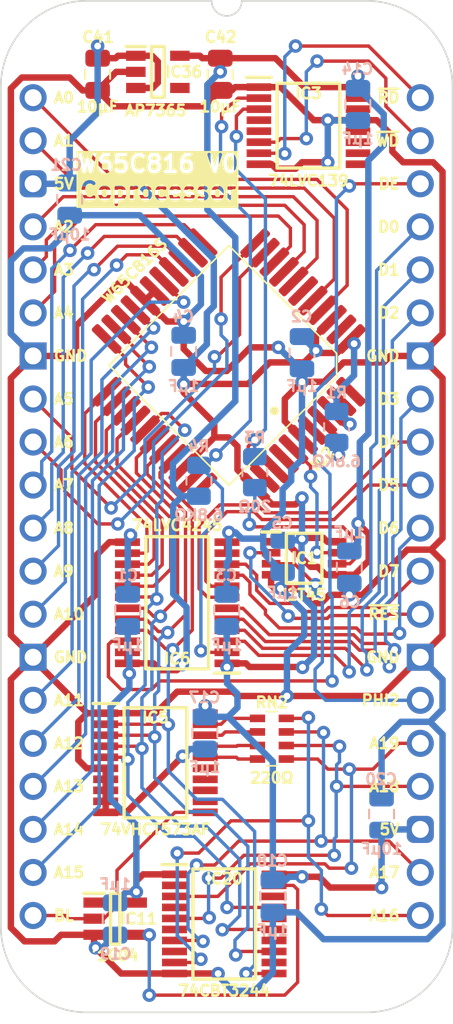
<source format=kicad_pcb>
(kicad_pcb (version 20241229) (generator "pcbnew") (generator_version "9.0")
  (title_block (title "W65C816 Coprocessor") (date "2025-06-14") (rev "V0"))
  (layers (0 "F.Cu" signal) (2 "B.Cu" signal) (13 "F.Paste" user) (15 "B.Paste" user) (5 "F.SilkS" user "F.Silkscreen") (7 "B.SilkS" user "B.Silkscreen") (1 "F.Mask" user) (3 "B.Mask" user) (25 "Edge.Cuts" user))
  (net 0 "")
  (net 9 "5V")
  (net 11 "GND")
  (net 12 "/3.3V")
  (net 13 "PHI2")
  (net 14 "/D0_{65}")
  (net 15 "/D1_{65}")
  (net 16 "/D2_{65}")
  (net 17 "/D3_{65}")
  (net 18 "/D4_{65}")
  (net 19 "/D5_{65}")
  (net 20 "/D6_{65}")
  (net 21 "/D7_{65}")
  (net 22 "~{Reset}")
  (net 24 "D7")
  (net 25 "D6")
  (net 26 "D5")
  (net 27 "D4")
  (net 28 "D3")
  (net 29 "D2")
  (net 30 "D1")
  (net 31 "D0")
  (net 32 "A0")
  (net 33 "A1")
  (net 34 "A2")
  (net 35 "A3")
  (net 36 "A4")
  (net 37 "A5")
  (net 38 "A6")
  (net 39 "A7")
  (net 40 "A8")
  (net 41 "A9")
  (net 42 "A10")
  (net 43 "A11")
  (net 44 "A12")
  (net 45 "A13")
  (net 46 "A14")
  (net 47 "A15")
  (net 48 "/PHI2_{5V}")
  (net 49 "/~{RES}_{5V}")
  (net 50 "Bank Latch")
  (net 51 "/D3_{VHC}")
  (net 52 "/D2_{VHC}")
  (net 53 "/D1_{VHC}")
  (net 54 "/D0_{VHC}")
  (net 55 "DE")
  (net 56 "BA2")
  (net 57 "BA1")
  (net 58 "BA0")
  (net 59 "BA3")
  (net 60 "Net-(IC2-RDY)")
  (net 66 "~{RD}")
  (net 67 "~{WD}")
  (net 76 "/R~{W}")
  (net 79 "Net-(IC11-Y)")
  (net 82 "/PHI2_{5V}T")
  (footprint "SamacSys_Parts:SOP65P640X110-24N" (layer "F.Cu") (at 8.509 29.804 180)
    (property "Reference" "IC6")
    (property "Value" "74LVC4245APW,118" (hide yes))
  )
  (footprint "SamacSys_Parts:C_0805" (layer "F.Cu") (at 3.81 -1.397 180)
    (property "Reference" "C41")
    (property "Value" "10μF")
  )
  (footprint "SamacSys_Parts:CAY16-F4" (layer "F.Cu") (at 14.097 37.846 180)
    (property "Reference" "RN2")
    (property "Value" "CAY16-221J4LF" (hide yes))
  )
  (footprint "SamacSys_Parts:SOP65P640X120-20N" (layer "F.Cu") (at 11.286 48.757)
    (property "Reference" "IC20")
    (property "Value" "SN74CBT3244CPWR" (hide yes))
  )
  (footprint "SamacSys_Parts:SOT95P275X110-5N" (layer "F.Cu") (at 4.846 48.448)
    (property "Reference" "IC11")
    (property "Value" "74LVC1G04GV,125" (hide yes))
  )
  (footprint "SamacSys_Parts:SOP65P640X120-20N" (layer "F.Cu") (at 7.222 39.247)
    (property "Reference" "IC5")
    (property "Value" "74VHCT573AFT" (hide yes))
  )
  (footprint "SamacSys_Parts:W65C816 PLCC 0.8mm 44 Pin" (layer "F.Cu") (at 11.557 15.793 -135)
    (property "Reference" "IC2")
    (property "Value" "W65C816S6TQG-14" (hide yes))
  )
  (footprint "SamacSys_Parts:SOT95P285X130-5N" (layer "F.Cu") (at 7.366 -1.524)
    (property "Reference" "IC36")
    (property "Value" "AP7365-33WG-7" (hide yes))
  )
  (footprint "SamacSys_Parts:DIP-40_Board_W22.86mm" (layer "F.Cu") (at 0 0)
    (property "Reference" "J3" (hide yes))
    (property "Value" "Conn_02x20_Counter_Clockwise")
    (fp_line (start -1.905 -0.635) (end -1.905 48.895) (stroke (width 0.1)) (layer "Edge.Cuts"))
    (fp_line (start 10.541 -5.715) (end 3.175 -5.715) (stroke (width 0.1)) (layer "Edge.Cuts"))
    (fp_line (start 19.685 -5.715) (end 12.319 -5.715) (stroke (width 0.1)) (layer "Edge.Cuts"))
    (fp_line (start 19.685 53.975) (end 3.175 53.975) (stroke (width 0.1)) (layer "Edge.Cuts"))
    (fp_line (start 24.765 48.895) (end 24.765 -0.635) (stroke (width 0.1)) (layer "Edge.Cuts"))
    (fp_arc (start -1.905 -0.635) (mid -0.417102 -4.227102) (end 3.175 -5.715) (stroke (width 0.1)) (layer "Edge.Cuts"))
    (fp_arc (start 3.175 53.975) (mid -0.417102 52.487102) (end -1.905 48.895) (stroke (width 0.1)) (layer "Edge.Cuts"))
    (fp_arc (start 12.319 -5.715) (mid 11.43 -4.826) (end 10.541 -5.715) (stroke (width 0.1)) (layer "Edge.Cuts"))
    (fp_arc (start 19.685 -5.715) (mid 23.277102 -4.227102) (end 24.765 -0.635) (stroke (width 0.1)) (layer "Edge.Cuts"))
    (fp_arc (start 24.765 48.895) (mid 23.277102 52.487102) (end 19.685 53.975) (stroke (width 0.1)) (layer "Edge.Cuts"))
  )
  (footprint "SamacSys_Parts:SOP65P400X130-8N" (layer "F.Cu") (at 16.002 27.178)
    (property "Reference" "IC1")
    (property "Value" "SN74LVC2T45DCTR" (hide yes))
  )
  (footprint "SamacSys_Parts:C_0805" (layer "F.Cu") (at 11.049 -1.397 180)
    (property "Reference" "C42")
    (property "Value" "10μF")
  )
  (footprint "SamacSys_Parts:SOP65P640X110-16N" (layer "F.Cu") (at 16.256 1.651)
    (property "Reference" "IC3")
    (property "Value" "74LVC139PW,118" (hide yes))
  )
  (footprint "SamacSys_Parts:PinHeader_1x20_P2.54mm_Vertical" (layer "B.Cu") (at 0 0 180)
    (property "Reference" "J1" (hide yes))
    (property "Value" "Pin_Header_01x20" (hide yes))
  )
  (footprint "SamacSys_Parts:C_0805" (layer "B.Cu") (at 11.43 30.271 180)
    (property "Reference" "C3")
    (property "Value" "1μF")
  )
  (footprint "SamacSys_Parts:C_0805" (layer "B.Cu") (at 14.153 47.106)
    (property "Reference" "C18")
    (property "Value" "1μF")
  )
  (footprint "SamacSys_Parts:C_0805" (layer "B.Cu") (at 8.89 14.986 180)
    (property "Reference" "C4")
    (property "Value" "1μF")
  )
  (footprint "SamacSys_Parts:C_0805" (layer "B.Cu") (at 20.574 42.291 180)
    (property "Reference" "C20")
    (property "Value" "10μF")
  )
  (footprint "SamacSys_Parts:C_0805" (layer "B.Cu") (at 15.875 15.031)
    (property "Reference" "C2")
    (property "Value" "1μF")
  )
  (footprint "SamacSys_Parts:C_0805" (layer "B.Cu") (at 4.846 48.448)
    (property "Reference" "C19")
    (property "Value" "1μF")
  )
  (footprint "SamacSys_Parts:C_0805" (layer "B.Cu") (at 10.143 37.469)
    (property "Reference" "C17")
    (property "Value" "1μF")
  )
  (footprint "SamacSys_Parts:C_0805" (layer "B.Cu") (at 14.732 27.051)
    (property "Reference" "C5")
    (property "Value" "1μF")
  )
  (footprint "SamacSys_Parts:C_0805" (layer "B.Cu") (at 18.669 27.686)
    (property "Reference" "C6")
    (property "Value" "1μF")
  )
  (footprint "SamacSys_Parts:C_0805" (layer "B.Cu") (at 5.588 30.271 180)
    (property "Reference" "C1")
    (property "Value" "1μF")
  )
  (footprint "SamacSys_Parts:C_0805" (layer "B.Cu") (at 2.159 5.969)
    (property "Reference" "C21")
    (property "Value" "10μF")
  )
  (footprint "SamacSys_Parts:PinHeader_1x20_P2.54mm_Vertical" (layer "B.Cu") (at 22.86 0 180)
    (property "Reference" "J2" (hide yes))
    (property "Value" "Pin_Header_01x20" (hide yes))
  )
  (footprint "SamacSys_Parts:C_0805" (layer "B.Cu") (at 19.177 0.381)
    (property "Reference" "C14")
    (property "Value" "1μF")
  )
  (footprint "SamacSys_Parts:R_0805" (layer "B.Cu") (at 17.907 19.431 180)
    (property "Reference" "R1")
    (property "Value" "6.8KΩ")
  )
  (footprint "SamacSys_Parts:R_0805" (layer "B.Cu") (at 9.779 22.606 180)
    (property "Reference" "R4")
    (property "Value" "6.8KΩ")
  )
  (footprint "SamacSys_Parts:R_0805" (layer "B.Cu") (at 13.081 22.098 180)
    (property "Reference" "R3")
    (property "Value" "20Ω")
  )
  (gr_text "A4" (at 1.143 12.7 0) (layer "F.SilkS") (effects (font (size 0.635 0.635)) (justify left)))
  (gr_text "A8" (at 1.143 25.4 0) (layer "F.SilkS") (effects (font (size 0.635 0.635)) (justify left)))
  (gr_text "DE" (at 21.717 5.08 0) (layer "F.SilkS") (effects (font (size 0.635 0.635)) (justify right)))
  (gr_text "A6" (at 1.143 20.32 0) (layer "F.SilkS") (effects (font (size 0.635 0.635)) (justify left)))
  (gr_text "BL" (at 1.143 48.26 0) (layer "F.SilkS") (effects (font (size 0.635 0.635)) (justify left)))
  (gr_text "D4" (at 21.717 20.32 0) (layer "F.SilkS") (effects (font (size 0.635 0.635)) (justify right)))
  (gr_text "A0" (at 1.143 0 0) (layer "F.SilkS") (effects (font (size 0.635 0.635)) (justify left)))
  (gr_text "A11" (at 1.143 35.56 0) (layer "F.SilkS") (effects (font (size 0.635 0.635)) (justify left)))
  (gr_text "GND" (at 1.143 33.02 0) (layer "F.SilkS") (effects (font (size 0.635 0.635)) (justify left)))
  (gr_text "5V" (at 1.143 5.08 0) (layer "F.SilkS") (effects (font (size 0.635 0.635)) (justify left)))
  (gr_text "A2" (at 1.143 7.62 0) (layer "F.SilkS") (effects (font (size 0.635 0.635)) (justify left)))
  (gr_text "A17" (at 21.717 45.72 0) (layer "F.SilkS") (effects (font (size 0.635 0.635)) (justify right)))
  (gr_text "D6" (at 21.717 25.4 0) (layer "F.SilkS") (effects (font (size 0.635 0.635)) (justify right)))
  (gr_text "A18" (at 21.717 40.64 0) (layer "F.SilkS") (effects (font (size 0.635 0.635)) (justify right)))
  (gr_text "5V" (at 21.717 43.18 0) (layer "F.SilkS") (effects (font (size 0.635 0.635)) (justify right)))
  (gr_text "~{RD}" (at 21.717 0 0) (layer "F.SilkS") (effects (font (size 0.635 0.635)) (justify right)))
  (gr_text "~{WD}" (at 21.717 2.54 0) (layer "F.SilkS") (effects (font (size 0.635 0.635)) (justify right)))
  (gr_text "GND" (at 21.717 33.02 0) (layer "F.SilkS") (effects (font (size 0.635 0.635)) (justify right)))
  (gr_text "PHI2" (at 21.717 35.56 0) (layer "F.SilkS") (effects (font (size 0.635 0.635)) (justify right)))
  (gr_text "A12" (at 1.143 38.1 0) (layer "F.SilkS") (effects (font (size 0.635 0.635)) (justify left)))
  (gr_text "D0" (at 21.717 7.62 0) (layer "F.SilkS") (effects (font (size 0.635 0.635)) (justify right)))
  (gr_text "A7" (at 1.143 22.86 0) (layer "F.SilkS") (effects (font (size 0.635 0.635)) (justify left)))
  (gr_text "A19" (at 21.717 38.1 0) (layer "F.SilkS") (effects (font (size 0.635 0.635)) (justify right)))
  (gr_text "GND" (at 21.717 15.24 0) (layer "F.SilkS") (effects (font (size 0.635 0.635)) (justify right)))
  (gr_text "A5" (at 1.143 17.78 0) (layer "F.SilkS") (effects (font (size 0.635 0.635)) (justify left)))
  (gr_text "D1" (at 21.717 10.16 0) (layer "F.SilkS") (effects (font (size 0.635 0.635)) (justify right)))
  (gr_text "A9" (at 1.143 27.94 0) (layer "F.SilkS") (effects (font (size 0.635 0.635)) (justify left)))
  (gr_text "GND" (at 1.143 15.24 0) (layer "F.SilkS") (effects (font (size 0.635 0.635)) (justify left)))
  (gr_text "D3" (at 21.717 17.78 0) (layer "F.SilkS") (effects (font (size 0.635 0.635)) (justify right)))
  (gr_text "A10" (at 1.143 30.48 0) (layer "F.SilkS") (effects (font (size 0.635 0.635)) (justify left)))
  (gr_text "D5" (at 21.717 22.86 0) (layer "F.SilkS") (effects (font (size 0.635 0.635)) (justify right)))
  (gr_text "A1" (at 1.143 2.54 0) (layer "F.SilkS") (effects (font (size 0.635 0.635)) (justify left)))
  (gr_text "A3" (at 1.143 10.16 0) (layer "F.SilkS") (effects (font (size 0.635 0.635)) (justify left)))
  (gr_text "A13" (at 1.143 40.64 0) (layer "F.SilkS") (effects (font (size 0.635 0.635)) (justify left)))
  (gr_text "A16" (at 21.717 48.26 0) (layer "F.SilkS") (effects (font (size 0.635 0.635)) (justify right)))
  (gr_text "D7" (at 21.717 27.94 0) (layer "F.SilkS") (effects (font (size 0.635 0.635)) (justify right)))
  (gr_text "W65C816 V0\nCoprocessor\n" (at 7.366 6.096 0) (layer "F.SilkS" knockout) (effects (font (size 1 1) (thickness 0.2) (bold yes)) (justify bottom)))
  (gr_text "A15" (at 1.143 45.72 0) (layer "F.SilkS") (effects (font (size 0.635 0.635)) (justify left)))
  (gr_text "A14" (at 1.143 43.18 0) (layer "F.SilkS") (effects (font (size 0.635 0.635)) (justify left)))
  (gr_text "~{RES}" (at 21.717 30.48 0) (layer "F.SilkS") (effects (font (size 0.635 0.635)) (justify right)))
  (gr_text "D2" (at 21.717 12.7 0) (layer "F.SilkS") (effects (font (size 0.635 0.635)) (justify right)))
  (segment (start 17.638118 13.105994) (end 16.7005 14.043612) (width 0.38) (layer "F.Cu") (net 9))
  (segment (start 10.16 35.892) (end 10.16 36.322) (width 0.38) (layer "F.Cu") (net 9))
  (segment (start 12.7 16.891) (end 13.97 15.621) (width 0.38) (layer "F.Cu") (net 9))
  (segment (start 17.145 25.977) (end 15.933 25.977) (width 0.38) (layer "F.Cu") (net 9))
  (segment (start 17.952 26.203) (end 17.371 26.203) (width 0.38) (layer "F.Cu") (net 9))
  (segment (start 16.841074 15.063074) (end 16.7005 14.9225) (width 0.38) (layer "F.Cu") (net 9))
  (segment (start 8.89 16.891) (end 8.89 17.399) (width 0.38) (layer "F.Cu") (net 9))
  (segment (start 15.875 45.974) (end 16.891 45.974) (width 0.38) (layer "F.Cu") (net 9))
  (segment (start 13.97 15.621) (end 16.002 15.621) (width 0.38) (layer "F.Cu") (net 9))
  (segment (start 6.066 -0.574) (end 7.051 -0.574) (width 0.38) (layer "F.Cu") (net 9))
  (segment (start 12.065 20.574) (end 11.538112 20.047112) (width 0.38) (layer "F.Cu") (net 9))
  (segment (start 10.697 19.206) (end 10.697 20.047112) (width 0.38) (layer "F.Cu") (net 9))
  (segment (start 4.871 -2.331) (end 5.014 -2.474) (width 0.38) (layer "F.Cu") (net 9))
  (segment (start 11.446999 33.379001) (end 11.446999 33.604002) (width 0.38) (layer "F.Cu") (net 9))
  (segment (start 12.77882 33.59332) (end 15.881392 33.59332) (width 0.38) (layer "F.Cu") (net 9))
  (segment (start 17.638118 18.480006) (end 18.424897 19.266785) (width 0.38) (layer "F.Cu") (net 9))
  (segment (start 12.065 21.957854) (end 12.065 20.574) (width 0.38) (layer "F.Cu") (net 9))
  (segment (start 17.94378 15.063074) (end 16.841074 15.063074) (width 0.38) (layer "F.Cu") (net 9))
  (segment (start 8.89 16.891) (end 12.7 16.891) (width 0.38) (layer "F.Cu") (net 9))
  (segment (start 16.7005 14.043612) (end 16.7005 14.9225) (width 0.38) (layer "F.Cu") (net 9))
  (segment (start 12.5645 33.379) (end 12.77882 33.59332) (width 0.38) (layer "F.Cu") (net 9))
  (segment (start 17.526 46.609) (end 20.574 46.609) (width 0.38) (layer "F.Cu") (net 9))
  (segment (start 17.638118 18.480006) (end 18.203804 17.91432) (width 0.38) (layer "F.Cu") (net 9))
  (segment (start 14.224 45.832) (end 15.733 45.832) (width 0.38) (layer "F.Cu") (net 9))
  (segment (start 15.494 24.003) (end 15.875 23.622) (width 0.38) (layer "F.Cu") (net 9))
  (segment (start 18.424897 19.266785) (end 18.707786 19.266785) (width 0.38) (layer "F.Cu") (net 9))
  (segment (start 17.371 26.203) (end 17.145 25.977) (width 0.38) (layer "F.Cu") (net 9))
  (segment (start 14.110146 24.003) (end 15.494 24.003) (width 0.38) (layer "F.Cu") (net 9))
  (segment (start 10.697 20.047112) (end 8.869994 21.874118) (width 0.38) (layer "F.Cu") (net 9))
  (segment (start 3.81 -2.331) (end 4.871 -2.331) (width 0.38) (layer "F.Cu") (net 9))
  (segment (start 7.021 -2.474) (end 6.066 -2.474) (width 0.38) (layer "F.Cu") (net 9))
  (segment (start 16.002 15.621) (end 16.7005 14.9225) (width 0.38) (layer "F.Cu") (net 9))
  (segment (start 8.89 17.399) (end 10.697 19.206) (width 0.38) (layer "F.Cu") (net 9))
  (segment (start 13.112635 23.005489) (end 14.110146 24.003) (width 0.38) (layer "F.Cu") (net 9))
  (segment (start 5.014 -2.474) (end 6.066 -2.474) (width 0.38) (layer "F.Cu") (net 9))
  (segment (start 15.933 25.977) (end 15.875 26.035) (width 0.38) (layer "F.Cu") (net 9))
  (segment (start 11.447 33.379) (end 12.5645 33.379) (width 0.38) (layer "F.Cu") (net 9))
  (segment (start 16.891 45.974) (end 17.526 46.609) (width 0.38) (layer "F.Cu") (net 9))
  (segment (start 18.769489 14.237365) (end 17.94378 15.063074) (width 0.38) (layer "F.Cu") (net 9))
  (segment (start 18.952 14.419876) (end 18.952 14.517874) (width 0.38) (layer "F.Cu") (net 9))
  (segment (start 7.366 -2.129) (end 7.021 -2.474) (width 0.38) (layer "F.Cu") (net 9))
  (segment (start 3.81 -2.331) (end 3.81 -3.048) (width 0.38) (layer "F.Cu") (net 9))
  (segment (start 13.112635 23.005489) (end 12.065 21.957854) (width 0.38) (layer "F.Cu") (net 9))
  (segment (start 11.538112 20.047112) (end 10.697 20.047112) (width 0.38) (layer "F.Cu") (net 9))
  (segment (start 15.881392 33.59332) (end 15.906639 33.618567) (width 0.38) (layer "F.Cu") (net 9))
  (segment (start 7.051 -0.574) (end 7.366 -0.889) (width 0.38) (layer "F.Cu") (net 9))
  (segment (start 7.366 -0.889) (end 7.366 -2.129) (width 0.38) (layer "F.Cu") (net 9))
  (segment (start 18.769489 14.237365) (end 18.952 14.419876) (width 0.38) (layer "F.Cu") (net 9))
  (segment (start 15.733 45.832) (end 15.875 45.974) (width 0.38) (layer "F.Cu") (net 9))
  (via (at 8.89 16.891) (size 0.8) (drill 0.4) (layers "F.Cu" "B.Cu") (net 9))
  (via (at 20.574 46.609) (size 0.8) (drill 0.4) (layers "F.Cu" "B.Cu") (net 9))
  (via (at 15.875 45.974) (size 0.8) (drill 0.4) (layers "F.Cu" "B.Cu") (net 9))
  (via (at 15.875 23.622) (size 0.8) (drill 0.4) (layers "F.Cu" "B.Cu") (net 9))
  (via (at 15.906639 33.618567) (size 0.8) (drill 0.4) (layers "F.Cu" "B.Cu") (net 9))
  (via (at 15.875 26.035) (size 0.8) (drill 0.4) (layers "F.Cu" "B.Cu") (net 9))
  (via (at 18.952 14.517874) (size 0.8) (drill 0.4) (layers "F.Cu" "B.Cu") (net 9))
  (via (at 10.16 35.892) (size 0.8) (drill 0.4) (layers "F.Cu" "B.Cu") (net 9))
  (via (at 16.7005 14.9225) (size 0.8) (drill 0.4) (layers "F.Cu" "B.Cu") (net 9))
  (via (at 11.446999 33.604002) (size 0.8) (drill 0.4) (layers "F.Cu" "B.Cu") (net 9))
  (via (at 3.81 -3.048) (size 0.8) (drill 0.4) (layers "F.Cu" "B.Cu") (net 9))
  (via (at 18.707786 19.266785) (size 0.8) (drill 0.4) (layers "F.Cu" "B.Cu") (net 9))
  (segment (start 17.917 18.5185) (end 17.917 17.418) (width 0.38) (layer "B.Cu") (net 9))
  (segment (start 10.668 12.302283) (end 10.258 12.712283) (width 0.38) (layer "B.Cu") (net 9))
  (segment (start 18.707786 19.214081) (end 18.707786 19.266785) (width 0.38) (layer "B.Cu") (net 9))
  (segment (start 22.86 43.18) (end 20.873 43.18) (width 0.38) (layer "B.Cu") (net 9))
  (segment (start 16.586671 30.117427) (end 16.586671 32.938535) (width 0.38) (layer "B.Cu") (net 9))
  (segment (start 15.113 45.974) (end 15.875 45.974) (width 0.38) (layer "B.Cu") (net 9))
  (segment (start 2.159 2.54) (end 3.81 0.889) (width 0.38) (layer "B.Cu") (net 9))
  (segment (start 14.915 46.172) (end 15.113 45.974) (width 0.38) (layer "B.Cu") (net 9))
  (segment (start 15.848 26.062) (end 15.848 29.378756) (width 0.38) (layer "B.Cu") (net 9))
  (segment (start 10.668 9.525) (end 10.668 12.302283) (width 0.38) (layer "B.Cu") (net 9))
  (segment (start 20.574 43.725) (end 20.574 46.609) (width 0.38) (layer "B.Cu") (net 9))
  (segment (start 3.81 0.889) (end 3.81 -3.048) (width 0.38) (layer "B.Cu") (net 9))
  (segment (start 17.917 17.418) (end 18.952 16.383) (width 0.38) (layer "B.Cu") (net 9))
  (segment (start 11.516 36.535) (end 14.153 39.172) (width 0.38) (layer "B.Cu") (net 9))
  (segment (start 15.875 14.097) (end 16.7005 14.9225) (width 0.38) (layer "B.Cu") (net 9))
  (segment (start 11.43 31.205) (end 11.43 33.587003) (width 0.38) (layer "B.Cu") (net 9))
  (segment (start 2.159 5.035) (end 6.178 5.035) (width 0.38) (layer "B.Cu") (net 9))
  (segment (start 15.875 26.035) (end 15.875 23.622) (width 0.38) (layer "B.Cu") (net 9))
  (segment (start 11.516 36.535) (end 12.065 35.986) (width 0.38) (layer "B.Cu") (net 9))
  (segment (start 14.732 26.117) (end 15.793 26.117) (width 0.38) (layer "B.Cu") (net 9))
  (segment (start 15.848 29.378756) (end 16.586671 30.117427) (width 0.38) (layer "B.Cu") (net 9))
  (segment (start 12.065 35.986) (end 12.065 35.179) (width 0.38) (layer "B.Cu") (net 9))
  (segment (start 6.178 5.035) (end 10.668 9.525) (width 0.38) (layer "B.Cu") (net 9))
  (segment (start 11.446999 34.560999) (end 12.065 35.179) (width 0.38) (layer "B.Cu") (net 9))
  (segment (start 11.446999 33.604002) (end 11.446999 34.560999) (width 0.38) (layer "B.Cu") (net 9))
  (segment (start 11.43 33.587003) (end 11.446999 33.604002) (width 0.38) (layer "B.Cu") (net 9))
  (segment (start 16.586671 32.938535) (end 15.906639 33.618567) (width 0.38) (layer "B.Cu") (net 9))
  (segment (start 18.012205 18.5185) (end 18.707786 19.214081) (width 0.38) (layer "B.Cu") (net 9))
  (segment (start 10.143 35.909) (end 10.16 35.892) (width 0.38) (layer "B.Cu") (net 9))
  (segment (start 10.143 36.535) (end 10.143 35.909) (width 0.38) (layer "B.Cu") (net 9))
  (segment (start 15.875 26.035) (end 15.848 26.062) (width 0.38) (layer "B.Cu") (net 9))
  (segment (start 10.143 36.535) (end 11.516 36.535) (width 0.38) (layer "B.Cu") (net 9))
  (segment (start 10.258 12.712283) (end 10.258 14.552) (width 0.38) (layer "B.Cu") (net 9))
  (segment (start 2.159 5.035) (end 2.159 2.54) (width 0.38) (layer "B.Cu") (net 9))
  (segment (start 10.258 14.552) (end 8.89 15.92) (width 0.38) (layer "B.Cu") (net 9))
  (segment (start 0 5.08) (end 2.114 5.08) (width 0.38) (layer "B.Cu") (net 9))
  (segment (start 8.89 15.92) (end 8.89 16.891) (width 0.38) (layer "B.Cu") (net 9))
  (segment (start 20.574 43.225) (end 20.574 43.725) (width 0.38) (layer "B.Cu") (net 9))
  (segment (start 14.153 46.172) (end 14.915 46.172) (width 0.38) (layer "B.Cu") (net 9))
  (segment (start 14.153 39.172) (end 14.153 46.172) (width 0.38) (layer "B.Cu") (net 9))
  (segment (start 15.793 26.117) (end 15.875 26.035) (width 0.38) (layer "B.Cu") (net 9))
  (segment (start 18.952 16.383) (end 18.952 14.517874) (width 0.38) (layer "B.Cu") (net 9))
  (segment (start 24.174 31.706) (end 24.174 27.349) (width 0.38) (layer "F.Cu") (net 11))
  (segment (start 2.667 39.0725) (end 2.667 36.8445) (width 0.38) (layer "F.Cu") (net 11))
  (segment (start 17.000864 29.833) (end 17.496864 29.337) (width 0.38) (layer "F.Cu") (net 11))
  (segment (start 21.209 2.249) (end 21.209 3.175) (width 0.38) (layer "F.Cu") (net 11))
  (segment (start 5.2 51.682) (end 3.683 50.165) (width 0.38) (layer "F.Cu") (net 11))
  (segment (start 14.052 28.758) (end 14.25 28.956) (width 0.38) (layer "F.Cu") (net 11))
  (segment (start 14.859 19.095) (end 14.859 17.78) (width 0.38) (layer "F.Cu") (net 11))
  (segment (start 14.086 3.926) (end 14.351 4.191) (width 0.38) (layer "F.Cu") (net 11))
  (segment (start 17.184722 16.764) (end 18.327722 15.621) (width 0.38) (layer "F.Cu") (net 11))
  (segment (start 7.239 36.322) (end 8.509 35.052) (width 0.38) (layer "F.Cu") (net 11))
  (segment (start 11.557 25.654) (end 11.557 26.119) (width 0.38) (layer "F.Cu") (net 11))
  (segment (start -1.314 34.334) (end -1.314 48.978) (width 0.38) (layer "F.Cu") (net 11))
  (segment (start 11.43 16.129) (end 10.199 16.129) (width 0.38) (layer "F.Cu") (net 11))
  (segment (start 15.875 16.764) (end 17.184722 16.764) (width 0.38) (layer "F.Cu") (net 11))
  (segment (start 13.331 -0.624) (end 14.616 -0.624) (width 0.38) (layer "F.Cu") (net 11))
  (segment (start 24.174 13.926) (end 22.86 15.24) (width 0.38) (layer "F.Cu") (net 11))
  (segment (start 14.605 28.956) (end 15.621 28.956) (width 0.38) (layer "F.Cu") (net 11))
  (segment (start 20.701 15.621) (end 21.082 15.24) (width 0.38) (layer "F.Cu") (net 11))
  (segment (start 24.174 25.991) (end 23.495 26.67) (width 0.38) (layer "F.Cu") (net 11))
  (segment (start 4.284 40.872) (end 4.284 41.522) (width 0.38) (layer "F.Cu") (net 11))
  (segment (start 14.986 35.306) (end 12.065 35.306) (width 0.38) (layer "F.Cu") (net 11))
  (segment (start 2.159 -1.191) (end 2.919 -0.431) (width 0.38) (layer "F.Cu") (net 11))
  (segment (start 5.571 26.229) (end 5.571 25.990517) (width 0.38) (layer "F.Cu") (net 11))
  (segment (start 17.496864 29.337) (end 18.669 29.337) (width 0.38) (layer "F.Cu") (net 11))
  (segment (start 0 15.24) (end 2.159 15.24) (width 0.38) (layer "F.Cu") (net 11))
  (segment (start 3.1665 39.572) (end 2.667 39.0725) (width 0.38) (layer "F.Cu") (net 11))
  (segment (start 3.596 49.398) (end 3.596 50.078) (width 0.38) (layer "F.Cu") (net 11))
  (segment (start 13.331 3.926) (end 14.086 3.926) (width 0.38) (layer "F.Cu") (net 11))
  (segment (start 7.91894 13.208) (end 8.89 13.208) (width 0.38) (layer "F.Cu") (net 11))
  (segment (start 12.065 35.306) (end 11.811 35.052) (width 0.38) (layer "F.Cu") (net 11))
  (segment (start 4.749 0.508) (end 3.81 -0.431) (width 0.38) (layer "F.Cu") (net 11))
  (segment (start 4.284 39.572) (end 4.284 40.222) (width 0.38) (layer "F.Cu") (net 11))
  (segment (start 5.512498 42.172) (end 8.822498 38.862) (width 0.38) (layer "F.Cu") (net 11))
  (segment (start 2.54 13.462) (end 5.08 10.922) (width 0.38) (layer "F.Cu") (net 11))
  (segment (start 22.86 15.24) (end 24.174 16.554) (width 0.38) (layer "F.Cu") (net 11))
  (segment (start 5.571 25.990517) (end 5.754757 25.80676) (width 0.38) (layer "F.Cu") (net 11))
  (segment (start 15.621 28.956) (end 16.498 29.833) (width 0.38) (layer "F.Cu") (net 11))
  (segment (start 4.284 36.322) (end 7.239 36.322) (width 0.38) (layer "F.Cu") (net 11))
  (segment (start 19.181 1.326) (end 17.399 1.326) (width 0.38) (layer "F.Cu") (net 11))
  (segment (start 8.89 14.82) (end 8.89 13.208) (width 0.38) (layer "F.Cu") (net 11))
  (segment (start 2.159 15.24) (end 2.54 14.859) (width 0.38) (layer "F.Cu") (net 11))
  (segment (start 21.844 3.81) (end 23.622 3.81) (width 0.38) (layer "F.Cu") (net 11))
  (segment (start 14.616 -0.624) (end 16.566 1.326) (width 0.38) (layer "F.Cu") (net 11))
  (segment (start 8.509 35.052) (end 11.811 35.052) (width 0.38) (layer "F.Cu") (net 11))
  (segment (start 24.174 4.362) (end 24.174 13.926) (width 0.38) (layer "F.Cu") (net 11))
  (segment (start 7.172938 11.408938) (end 6.607253 11.974623) (width 0.38) (layer "F.Cu") (net 11))
  (segment (start 14.052 28.153) (end 14.052 28.758) (width 0.38) (layer "F.Cu") (net 11))
  (segment (start 7.50863 12.876) (end 7.58694 12.876) (width 0.38) (layer "F.Cu") (net 11))
  (segment (start 11.734 -0.431) (end 11.927 -0.624) (width 0.38) (layer "F.Cu") (net 11))
  (segment (start 10.199 16.129) (end 8.89 14.82) (width 0.38) (layer "F.Cu") (net 11))
  (segment (start 11.927 -0.624) (end 13.331 -0.624) (width 0.38) (layer "F.Cu") (net 11))
  (segment (start 23.622 3.81) (end 24.174 4.362) (width 0.38) (layer "F.Cu") (net 11))
  (segment (start 4.284 42.172) (end 5.512498 42.172) (width 0.38) (layer "F.Cu") (net 11))
  (segment (start 14.478 14.732) (end 12.827 14.732) (width 0.38) (layer "F.Cu") (net 11))
  (segment (start -1.314 31.706) (end -1.314 16.554) (width 0.38) (layer "F.Cu") (net 11))
  (segment (start 22.86 33.02) (end 20.574 35.306) (width 0.38) (layer "F.Cu") (net 11))
  (segment (start 5.08 10.922) (end 5.55463 10.922) (width 0.38) (layer "F.Cu") (net 11))
  (segment (start 24.174 16.554) (end 24.174 25.991) (width 0.38) (layer "F.Cu") (net 11))
  (segment (start 19.181 0.676) (end 19.181 1.326) (width 0.38) (layer "F.Cu") (net 11))
  (segment (start 8.348 51.682) (end 10.915 51.682) (width 0.38) (layer "F.Cu") (net 11))
  (segment (start 1.265 49.784) (end 1.651 49.398) (width 0.38) (layer "F.Cu") (net 11))
  (segment (start 24.174 27.349) (end 23.495 26.67) (width 0.38) (layer "F.Cu") (net 11))
  (segment (start 11.447 26.879) (end 11.447 26.229) (width 0.38) (layer "F.Cu") (net 11))
  (segment (start 11.049 -0.431) (end 10.11 0.508) (width 0.38) (layer "F.Cu") (net 11))
  (segment (start 10.915 51.682) (end 10.922 51.689) (width 0.38) (layer "F.Cu") (net 11))
  (segment (start -1.314 13.926) (end -1.314 -0.544164) (width 0.38) (layer "F.Cu") (net 11))
  (segment (start 4.284 41.522) (end 4.284 42.172) (width 0.38) (layer "F.Cu") (net 11))
  (segment (start 17.399 3.81) (end 15.875 3.81) (width 0.38) (layer "F.Cu") (net 11))
  (segment (start 22.098 26.67) (end 19.431 29.337) (width 0.38) (layer "F.Cu") (net 11))
  (segment (start 0 33.02) (end -1.314 31.706) (width 0.38) (layer "F.Cu") (net 11))
  (segment (start 21.209 3.175) (end 21.844 3.81) (width 0.38) (layer "F.Cu") (net 11))
  (segment (start 14.25 28.956) (end 14.605 28.956) (width 0.38) (layer "F.Cu") (net 11))
  (segment (start 22.86 33.02) (end 24.174 31.706) (width 0.38) (layer "F.Cu") (net 11))
  (segment (start -1.314 16.554) (end 0 15.24) (width 0.38) (layer "F.Cu") (net 11))
  (segment (start 20.574 35.306) (end 14.986 35.306) (width 0.38) (layer "F.Cu") (net 11))
  (segment (start 15.941062 20.177062) (end 14.859 19.095) (width 0.38) (layer "F.Cu") (net 11))
  (segment (start 4.284 40.222) (end 4.284 40.872) (width 0.38) (layer "F.Cu") (net 11))
  (segment (start -1.314 48.978) (end -0.508 49.784) (width 0.38) (layer "F.Cu") (net 11))
  (segment (start 10.11 0.508) (end 4.749 0.508) (width 0.38) (layer "F.Cu") (net 11))
  (segment (start -0.508 49.784) (end 1.265 49.784) (width 0.38) (layer "F.Cu") (net 11))
  (segment (start 3.596 50.078) (end 3.683 50.165) (width 0.38) (layer "F.Cu") (net 11))
  (segment (start 2.919 -0.431) (end 3.81 -0.431) (width 0.38) (layer "F.Cu") (net 11))
  (segment (start 14.859 17.78) (end 15.875 16.764) (width 0.38) (layer "F.Cu") (net 11))
  (segment (start 4.903 -1.524) (end 3.81 -0.431) (width 0.38) (layer "F.Cu") (net 11))
  (segment (start 6.607253 11.974623) (end 7.50863 12.876) (width 0.38) (layer "F.Cu") (net 11))
  (segment (start 2.667 36.8445) (end 3.1895 36.322) (width 0.38) (layer "F.Cu") (net 11))
  (segment (start 8.348 51.682) (end 5.2 51.682) (width 0.38) (layer "F.Cu") (net 11))
  (segment (start 20.286 1.326) (end 21.209 2.249) (width 0.38) (layer "F.Cu") (net 11))
  (segment (start -1.314 -0.544164) (end -0.667164 -1.191) (width 0.38) (layer "F.Cu") (net 11))
  (segment (start 12.827 14.732) (end 11.43 16.129) (width 0.38) (layer "F.Cu") (net 11))
  (segment (start 21.082 15.24) (end 22.86 15.24) (width 0.38) (layer "F.Cu") (net 11))
  (segment (start 6.066 -1.524) (end 4.903 -1.524) (width 0.38) (layer "F.Cu") (net 11))
  (segment (start 14.351 4.191) (end 15.494 4.191) (width 0.38) (layer "F.Cu") (net 11))
  (segment (start 7.58694 12.876) (end 7.91894 13.208) (width 0.38) (layer "F.Cu") (net 11))
  (segment (start 0 15.24) (end -1.314 13.926) (width 0.38) (layer "F.Cu") (net 11))
  (segment (start 18.327722 15.621) (end 20.701 15.621) (width 0.38) (layer "F.Cu") (net 11))
  (segment (start 4.284 39.572) (end 3.1665 39.572) (width 0.38) (layer "F.Cu") (net 11))
  (segment (start 3.1895 36.322) (end 4.284 36.322) (width 0.38) (layer "F.Cu") (net 11))
  (segment (start 3.683 27.051) (end 4.505 26.229) (width 0.38) (layer "F.Cu") (net 11))
  (segment (start 4.505 26.229) (end 5.571 26.229) (width 0.38) (layer "F.Cu") (net 11))
  (segment (start 16.498 29.833) (end 17.000864 29.833) (width 0.38) (layer "F.Cu") (net 11))
  (segment (start 0 33.1325) (end 3.1895 36.322) (width 0.38) (layer "F.Cu") (net 11))
  (segment (start 1.651 49.398) (end 3.596 49.398) (width 0.38) (layer "F.Cu") (net 11))
  (segment (start 3.683 29.337) (end 3.683 27.051) (width 0.38) (layer "F.Cu") (net 11))
  (segment (start 0 33.02) (end -1.314 34.334) (width 0.38) (layer "F.Cu") (net 11))
  (segment (start 19.181 1.326) (end 20.286 1.326) (width 0.38) (layer "F.Cu") (net 11))
  (segment (start 5.55463 10.922) (end 6.607253 11.974623) (width 0.38) (layer "F.Cu") (net 11))
  (segment (start 19.431 29.337) (end 18.669 29.337) (width 0.38) (layer "F.Cu") (net 11))
  (segment (start -0.667164 -1.191) (end 2.159 -1.191) (width 0.38) (layer "F.Cu") (net 11))
  (segment (start 11.557 26.119) (end 11.447 26.229) (width 0.38) (layer "F.Cu") (net 11))
  (segment (start 15.875 3.81) (end 15.494 4.191) (width 0.38) (layer "F.Cu") (net 11))
  (segment (start 23.495 26.67) (end 22.098 26.67) (width 0.38) (layer "F.Cu") (net 11))
  (segment (start 0 33.02) (end 3.683 29.337) (width 0.38) (layer "F.Cu") (net 11))
  (segment (start 2.54 14.859) (end 2.54 13.462) (width 0.38) (layer "F.Cu") (net 11))
  (segment (start 16.566 1.326) (end 17.399 1.326) (width 0.38) (layer "F.Cu") (net 11))
  (segment (start 11.049 -0.431) (end 11.734 -0.431) (width 0.38) (layer "F.Cu") (net 11))
  (via (at 14.605 28.956) (size 0.8) (drill 0.4) (layers "F.Cu" "B.Cu") (net 11))
  (via (at 8.89 13.208) (size 0.8) (drill 0.4) (layers "F.Cu" "B.Cu") (net 11))
  (via (at 15.875 16.764) (size 0.8) (drill 0.4) (layers "F.Cu" "B.Cu") (net 11))
  (via (at 14.986 35.306) (size 0.8) (drill 0.4) (layers "F.Cu" "B.Cu") (net 11))
  (via (at 8.822498 38.862) (size 0.8) (drill 0.4) (layers "F.Cu" "B.Cu") (net 11))
  (via (at 10.922 51.689) (size 0.8) (drill 0.4) (layers "F.Cu" "B.Cu") (net 11))
  (via (at 11.557 25.654) (size 0.8) (drill 0.4) (layers "F.Cu" "B.Cu") (net 11))
  (via (at 18.669 29.337) (size 0.8) (drill 0.4) (layers "F.Cu" "B.Cu") (net 11))
  (via (at 17.399 3.81) (size 0.8) (drill 0.4) (layers "F.Cu" "B.Cu") (net 11))
  (via (at 17.399 1.326) (size 0.8) (drill 0.4) (layers "F.Cu" "B.Cu") (net 11))
  (via (at 5.754757 25.80676) (size 0.8) (drill 0.4) (layers "F.Cu" "B.Cu") (net 11))
  (via (at 14.478 14.732) (size 0.8) (drill 0.4) (layers "F.Cu" "B.Cu") (net 11))
  (via (at 3.683 50.165) (size 0.8) (drill 0.4) (layers "F.Cu" "B.Cu") (net 11))
  (segment (start 22.86 33.02) (end 24.174 34.334) (width 0.38) (layer "B.Cu") (net 11))
  (segment (start 13.081 52.705) (end 11.811 52.705) (width 0.38) (layer "B.Cu") (net 11))
  (segment (start 24.174 48.658981) (end 24.171665 48.766141) (width 0.38) (layer "B.Cu") (net 11))
  (segment (start 15.24 21.971) (end 15.24 22.606) (width 0.38) (layer "B.Cu") (net 11))
  (segment (start 2.159 6.935) (end 6.3 6.935) (width 0.38) (layer "B.Cu") (net 11))
  (segment (start 24.174 37.571671) (end 24.174 48.658981) (width 0.38) (layer "B.Cu") (net 11))
  (segment (start 3.683 50.165) (end 4.095 50.165) (width 0.38) (layer "B.Cu") (net 11))
  (segment (start 17.145 49.657) (end 15.56 48.072) (width 0.38) (layer "B.Cu") (net 11))
  (segment (start 11.557 25.654) (end 11.953033 25.654) (width 0.38) (layer "B.Cu") (net 11))
  (segment (start 24.174 36.088329) (end 23.432329 36.83) (width 0.38) (layer "B.Cu") (net 11))
  (segment (start 13.589 26.612438) (end 13.761413 26.784851) (width 0.38) (layer "B.Cu") (net 11))
  (segment (start 16.006671 30.357671) (end 16.006671 31.745329) (width 0.38) (layer "B.Cu") (net 11))
  (segment (start 18.669 29.152) (end 18.669 29.337) (width 0.38) (layer "B.Cu") (net 11))
  (segment (start 9.906 10.541) (end 9.906 12.192) (width 0.38) (layer "B.Cu") (net 11))
  (segment (start 14.732 24.478562) (end 13.589 25.621562) (width 0.38) (layer "B.Cu") (net 11))
  (segment (start 21.717 36.83) (end 20.574 37.973) (width 0.38) (layer "B.Cu") (net 11))
  (segment (start 20.574 37.973) (end 20.574 41.325) (width 0.38) (layer "B.Cu") (net 11))
  (segment (start 19.177 1.347) (end 17.42 1.347) (width 0.38) (layer "B.Cu") (net 11))
  (segment (start 23.280806 49.657) (end 17.145 49.657) (width 0.38) (layer "B.Cu") (net 11))
  (segment (start -1.314 13.926) (end -1.314 9.631671) (width 0.38) (layer "B.Cu") (net 11))
  (segment (start 6.3 6.935) (end 9.906 10.541) (width 0.38) (layer "B.Cu") (net 11))
  (segment (start -1.314 9.631671) (end -0.572329 8.89) (width 0.38) (layer "B.Cu") (net 11))
  (segment (start 14.732 23.114) (end 14.732 24.478562) (width 0.38) (layer "B.Cu") (net 11))
  (segment (start 1.016 8.89) (end 2.159 7.747) (width 0.38) (layer "B.Cu") (net 11))
  (segment (start 15.875 15.997) (end 15.875 16.764) (width 0.38) (layer "B.Cu") (net 11))
  (segment (start 13.761413 26.784851) (end 13.761413 27.046413) (width 0.38) (layer "B.Cu") (net 11))
  (segment (start 17.42 1.347) (end 17.399 1.326) (width 0.38) (layer "B.Cu") (net 11))
  (segment (start 14.153 48.072) (end 14.153 51.633) (width 0.38) (layer "B.Cu") (net 11))
  (segment (start 13.761413 27.046413) (end 14.732 28.017) (width 0.38) (layer "B.Cu") (net 11))
  (segment (start 11.43 29.305) (end 11.43 27.432) (width 0.38) (layer "B.Cu") (net 11))
  (segment (start 15.743 15.997) (end 14.478 14.732) (width 0.38) (layer "B.Cu") (net 11))
  (segment (start 24.174 34.334) (end 24.174 36.088329) (width 0.38) (layer "B.Cu") (net 11))
  (segment (start 15.56 48.072) (end 14.153 48.072) (width 0.38) (layer "B.Cu") (net 11))
  (segment (start 11.557 27.305) (end 11.43 27.432) (width 0.38) (layer "B.Cu") (net 11))
  (segment (start 14.732 28.829) (end 14.605 28.956) (width 0.38) (layer "B.Cu") (net 11))
  (segment (start 15.875 16.764) (end 15.875 21.336) (width 0.38) (layer "B.Cu") (net 11))
  (segment (start 24.171665 48.766141) (end 23.280806 49.657) (width 0.38) (layer "B.Cu") (net 11))
  (segment (start 11.557 25.654) (end 11.557 27.305) (width 0.38) (layer "B.Cu") (net 11))
  (segment (start 2.159 7.747) (end 2.159 6.935) (width 0.38) (layer "B.Cu") (net 11))
  (segment (start 0 15.24) (end -1.314 13.926) (width 0.38) (layer "B.Cu") (net 11))
  (segment (start 15.875 21.336) (end 15.24 21.971) (width 0.38) (layer "B.Cu") (net 11))
  (segment (start 10.922 51.816) (end 10.922 51.689) (width 0.38) (layer "B.Cu") (net 11))
  (segment (start 14.605 28.956) (end 16.006671 30.357671) (width 0.38) (layer "B.Cu") (net 11))
  (segment (start 14.986 32.766) (end 14.986 35.306) (width 0.38) (layer "B.Cu") (net 11))
  (segment (start 13.589 26.162) (end 13.589 26.612438) (width 0.38) (layer "B.Cu") (net 11))
  (segment (start 4.095 50.165) (end 4.846 49.414) (width 0.38) (layer "B.Cu") (net 11))
  (segment (start 23.432329 36.83) (end 24.174 37.571671) (width 0.38) (layer "B.Cu") (net 11))
  (segment (start 16.006671 31.745329) (end 14.986 32.766) (width 0.38) (layer "B.Cu") (net 11))
  (segment (start 13.589 25.621562) (end 13.589 26.162) (width 0.38) (layer "B.Cu") (net 11))
  (segment (start 12.319 26.019967) (end 13.446967 26.019967) (width 0.38) (layer "B.Cu") (net 11))
  (segment (start 10.143 38.435) (end 9.249498 38.435) (width 0.38) (layer "B.Cu") (net 11))
  (segment (start 11.811 52.705) (end 10.922 51.816) (width 0.38) (layer "B.Cu") (net 11))
  (segment (start 5.588 25.973517) (end 5.754757 25.80676) (width 0.38) (layer "B.Cu") (net 11))
  (segment (start 15.24 22.606) (end 14.732 23.114) (width 0.38) (layer "B.Cu") (net 11))
  (segment (start 5.588 29.305) (end 5.588 25.973517) (width 0.38) (layer "B.Cu") (net 11))
  (segment (start 9.906 12.192) (end 8.89 13.208) (width 0.38) (layer "B.Cu") (net 11))
  (segment (start 11.953033 25.654) (end 12.319 26.019967) (width 0.38) (layer "B.Cu") (net 11))
  (segment (start 14.732 28.017) (end 14.732 28.829) (width 0.38) (layer "B.Cu") (net 11))
  (segment (start 9.249498 38.435) (end 8.822498 38.862) (width 0.38) (layer "B.Cu") (net 11))
  (segment (start 23.432329 36.83) (end 21.717 36.83) (width 0.38) (layer "B.Cu") (net 11))
  (segment (start -0.572329 8.89) (end 1.016 8.89) (width 0.38) (layer "B.Cu") (net 11))
  (segment (start 18.669 28.652) (end 18.669 29.152) (width 0.38) (layer "B.Cu") (net 11))
  (segment (start 13.446967 26.019967) (end 13.589 26.162) (width 0.38) (layer "B.Cu") (net 11))
  (segment (start 14.153 51.633) (end 13.081 52.705) (width 0.38) (layer "B.Cu") (net 11))
  (segment (start 17.399 1.326) (end 17.399 3.81) (width 0.38) (layer "B.Cu") (net 11))
  (segment (start 8.348 45.832) (end 6.492 45.832) (width 0.38) (layer "F.Cu") (net 12))
  (segment (start 9.845 -2.474) (end 8.666 -2.474) (width 0.38) (layer "F.Cu") (net 12))
  (segment (start 16.383 27.686) (end 14.9 26.203) (width 0.38) (layer "F.Cu") (net 12))
  (segment (start 7.112 33.379) (end 5.571 33.379) (width 0.38) (layer "F.Cu") (net 12))
  (segment (start 17.952 28.153) (end 17.264946 28.153) (width 0.38) (layer "F.Cu") (net 12))
  (segment (start 19.812 27.321043) (end 19.812 25.746597) (width 0.38) (layer "F.Cu") (net 12))
  (segment (start 19.812 25.746597) (end 19.189 25.123597) (width 0.38) (layer "F.Cu") (net 12))
  (segment (start 6.492 45.832) (end 6.096 46.228) (width 0.38) (layer "F.Cu") (net 12))
  (segment (start 14.9 26.203) (end 14.052 26.203) (width 0.38) (layer "F.Cu") (net 12))
  (segment (start 6.096 47.498) (end 6.096 46.863) (width 0.38) (layer "F.Cu") (net 12))
  (segment (start 16.013 -0.624) (end 14.306 -2.331) (width 0.38) (layer "F.Cu") (net 12))
  (segment (start 6.096 46.228) (end 6.096 46.863) (width 0.38) (layer "F.Cu") (net 12))
  (segment (start 9.988 -2.331) (end 9.845 -2.474) (width 0.38) (layer "F.Cu") (net 12))
  (segment (start 18.980043 28.153) (end 19.812 27.321043) (width 0.38) (layer "F.Cu") (net 12))
  (segment (start 5.571 33.379) (end 5.571 32.729) (width 0.38) (layer "F.Cu") (net 12))
  (segment (start 19.181 -0.624) (end 19.181001 -1.27) (width 0.38) (layer "F.Cu") (net 12))
  (segment (start 5.680999 33.983999) (end 5.680999 33.488999) (width 0.38) (layer "F.Cu") (net 12))
  (segment (start 11.049 -1.531) (end 11.049 -2.331) (width 0.38) (layer "F.Cu") (net 12))
  (segment (start 11.049 -2.331) (end 9.988 -2.331) (width 0.38) (layer "F.Cu") (net 12))
  (segment (start 5.680999 33.488999) (end 5.571 33.379) (width 0.38) (layer "F.Cu") (net 12))
  (segment (start 8.482437 33.782) (end 7.515 33.782) (width 0.38) (layer "F.Cu") (net 12))
  (segment (start 19.181 -0.624) (end 16.013 -0.624) (width 0.38) (layer "F.Cu") (net 12))
  (segment (start 7.515 33.782) (end 7.112 33.379) (width 0.38) (layer "F.Cu") (net 12))
  (segment (start 8.811088 33.453349) (end 8.482437 33.782) (width 0.38) (layer "F.Cu") (net 12))
  (segment (start 14.306 -2.331) (end 11.049 -2.331) (width 0.38) (layer "F.Cu") (net 12))
  (segment (start 19.181 -0.624) (end 19.181 0.026) (width 0.38) (layer "F.Cu") (net 12))
  (segment (start 17.264946 28.153) (end 16.797946 27.686) (width 0.38) (layer "F.Cu") (net 12))
  (segment (start 16.797946 27.686) (end 16.383 27.686) (width 0.38) (layer "F.Cu") (net 12))
  (segment (start 17.952 28.153) (end 18.980043 28.153) (width 0.38) (layer "F.Cu") (net 12))
  (via (at 5.680999 33.983999) (size 0.8) (drill 0.4) (layers "F.Cu" "B.Cu") (net 12))
  (via (at 11.049 -1.531) (size 0.8) (drill 0.4) (layers "F.Cu" "B.Cu") (net 12))
  (via (at 19.189 25.123597) (size 0.8) (drill 0.4) (layers "F.Cu" "B.Cu") (net 12))
  (via (at 19.181001 -1.27) (size 0.8) (drill 0.4) (layers "F.Cu" "B.Cu") (net 12))
  (via (at 8.811088 33.453349) (size 0.8) (drill 0.4) (layers "F.Cu" "B.Cu") (net 12))
  (via (at 6.096 46.863) (size 0.8) (drill 0.4) (layers "F.Cu" "B.Cu") (net 12))
  (segment (start 6.096 46.863) (end 5.497 46.863) (width 0.38) (layer "B.Cu") (net 12))
  (segment (start 8.811088 33.330912) (end 8.811088 33.453349) (width 0.38) (layer "B.Cu") (net 12))
  (segment (start 9.062706 30.07567) (end 9.062706 33.079294) (width 0.38) (layer "B.Cu") (net 12))
  (segment (start 8.7865 23.5185) (end 8.273 24.032) (width 0.38) (layer "B.Cu") (net 12))
  (segment (start 9.789 23.5185) (end 8.7865 23.5185) (width 0.38) (layer "B.Cu") (net 12))
  (segment (start 19.189 26.232) (end 19.189 25.123597) (width 0.38) (layer "B.Cu") (net 12))
  (segment (start 19.287786 25.024811) (end 19.189 25.123597) (width 0.38) (layer "B.Cu") (net 12))
  (segment (start 4.572 41.402) (end 4.572 35.941) (width 0.38) (layer "B.Cu") (net 12))
  (segment (start 6.096 46.863) (end 6.096 42.926) (width 0.38) (layer "B.Cu") (net 12))
  (segment (start 5.680999 32.604999) (end 5.588 32.512) (width 0.38) (layer "B.Cu") (net 12))
  (segment (start 8.7865 23.5185) (end 8.255 22.987) (width 0.38) (layer "B.Cu") (net 12))
  (segment (start 11.938 17.907) (end 11.938 8.255) (width 0.38) (layer "B.Cu") (net 12))
  (segment (start 8.273 24.032) (end 8.273 29.285964) (width 0.38) (layer "B.Cu") (net 12))
  (segment (start 10.287 -0.769) (end 11.049 -1.531) (width 0.38) (layer "B.Cu") (net 12))
  (segment (start 4.572 35.941) (end 5.680999 34.832001) (width 0.38) (layer "B.Cu") (net 12))
  (segment (start 5.497 46.863) (end 4.846 47.514) (width 0.38) (layer "B.Cu") (net 12))
  (segment (start 9.062706 33.079294) (end 8.811088 33.330912) (width 0.38) (layer "B.Cu") (net 12))
  (segment (start 10.287 6.604) (end 10.287 -0.769) (width 0.38) (layer "B.Cu") (net 12))
  (segment (start 6.096 42.926) (end 4.572 41.402) (width 0.38) (layer "B.Cu") (net 12))
  (segment (start 20.701 0.971) (end 20.701 2.794) (width 0.38) (layer "B.Cu") (net 12))
  (segment (start 5.680999 33.983999) (end 5.680999 32.604999) (width 0.38) (layer "B.Cu") (net 12))
  (segment (start 19.792 3.703) (end 19.792 19.821786) (width 0.38) (layer "B.Cu") (net 12))
  (segment (start 19.792 19.821786) (end 19.287786 20.326) (width 0.38) (layer "B.Cu") (net 12))
  (segment (start 19.181001 -1.27) (end 19.181001 -0.557001) (width 0.38) (layer "B.Cu") (net 12))
  (segment (start 20.701 2.794) (end 19.792 3.703) (width 0.38) (layer "B.Cu") (net 12))
  (segment (start 11.938 8.255) (end 10.287 6.604) (width 0.38) (layer "B.Cu") (net 12))
  (segment (start 8.255 22.987) (end 8.255 21.59) (width 0.38) (layer "B.Cu") (net 12))
  (segment (start 19.177 -0.553) (end 20.701 0.971) (width 0.38) (layer "B.Cu") (net 12))
  (segment (start 18.669 26.752) (end 19.189 26.232) (width 0.38) (layer "B.Cu") (net 12))
  (segment (start 19.287786 20.326) (end 19.287786 25.024811) (width 0.38) (layer "B.Cu") (net 12))
  (segment (start 5.588 31.205) (end 5.588 32.512) (width 0.38) (layer "B.Cu") (net 12))
  (segment (start 8.255 21.59) (end 11.938 17.907) (width 0.38) (layer "B.Cu") (net 12))
  (segment (start 8.273 29.285964) (end 9.062706 30.07567) (width 0.38) (layer "B.Cu") (net 12))
  (segment (start 5.680999 34.832001) (end 5.680999 33.983999) (width 0.38) (layer "B.Cu") (net 12))
  (segment (start 14.052 27.503) (end 15.427006 27.503) (width 0.2) (layer "F.Cu") (net 13))
  (segment (start 15.427006 27.503) (end 16.663765 28.739759) (width 0.2) (layer "F.Cu") (net 13))
  (via (at 16.663765 28.739759) (size 0.8) (drill 0.4) (layers "F.Cu" "B.Cu") (net 13))
  (segment (start 22.86 35.56) (end 17.272 35.56) (width 0.2) (layer "B.Cu") (net 13))
  (segment (start 16.663765 28.739759) (end 16.663765 29.305094) (width 0.2) (layer "B.Cu") (net 13))
  (segment (start 16.649 33.725339) (end 17.076671 33.297668) (width 0.2) (layer "B.Cu") (net 13))
  (segment (start 17.272 35.56) (end 16.649 34.937) (width 0.2) (layer "B.Cu") (net 13))
  (segment (start 17.076671 33.297668) (end 17.076671 29.718) (width 0.2) (layer "B.Cu") (net 13))
  (segment (start 16.649 34.937) (end 16.649 33.725339) (width 0.2) (layer "B.Cu") (net 13))
  (segment (start 16.663765 29.305094) (end 17.076671 29.718) (width 0.2) (layer "B.Cu") (net 13))
  (segment (start 8.179083 32.50994) (end 8.240836 32.571693) (width 0.2) (layer "F.Cu") (net 14))
  (segment (start 4.284 36.972) (end 7.962008 36.972) (width 0.2) (layer "F.Cu") (net 14))
  (segment (start 8.304309 21.308433) (end 7.493 22.119742) (width 0.2) (layer "F.Cu") (net 14))
  (segment (start 7.493 22.119742) (end 7.493 22.407728) (width 0.2) (layer "F.Cu") (net 14))
  (segment (start 5.571 31.429) (end 6.729545 31.429) (width 0.2) (layer "F.Cu") (net 14))
  (segment (start 6.729545 31.429) (end 7.810485 32.50994) (width 0.2) (layer "F.Cu") (net 14))
  (segment (start 7.810485 32.50994) (end 8.179083 32.50994) (width 0.2) (layer "F.Cu") (net 14))
  (segment (start 7.962008 36.972) (end 7.982614 36.992606) (width 0.2) (layer "F.Cu") (net 14))
  (segment (start 7.493 22.407728) (end 9.398 24.312728) (width 0.2) (layer "F.Cu") (net 14))
  (segment (start 9.398 31.414529) (end 8.240836 32.571693) (width 0.2) (layer "F.Cu") (net 14))
  (segment (start 14.224 51.682) (end 12.573 51.682) (width 0.2) (layer "F.Cu") (net 14))
  (segment (start 9.398 24.312728) (end 9.398 31.414529) (width 0.2) (layer "F.Cu") (net 14))
  (via (at 12.573 51.682) (size 0.8) (drill 0.4) (layers "F.Cu" "B.Cu") (net 14))
  (via (at 8.240836 32.571693) (size 0.8) (drill 0.4) (layers "F.Cu" "B.Cu") (net 14))
  (via (at 7.982614 36.992606) (size 0.8) (drill 0.4) (layers "F.Cu" "B.Cu") (net 14))
  (segment (start 7.982614 36.992606) (end 7.982614 39.732614) (width 0.2) (layer "B.Cu") (net 14))
  (segment (start 8.222706 32.462009) (end 8.222706 32.553563) (width 0.2) (layer "B.Cu") (net 14))
  (segment (start 13.081 51.174) (end 12.573 51.682) (width 0.2) (layer "B.Cu") (net 14))
  (segment (start 8.05 32.319299) (end 8.079996 32.319299) (width 0.2) (layer "B.Cu") (net 14))
  (segment (start 8.079996 32.319299) (end 8.222706 32.462009) (width 0.2) (layer "B.Cu") (net 14))
  (segment (start 13.081 43.307) (end 13.081 51.174) (width 0.2) (layer "B.Cu") (net 14))
  (segment (start 7.982614 39.732614) (end 9.652 41.402) (width 0.2) (layer "B.Cu") (net 14))
  (segment (start 11.176 41.402) (end 13.081 43.307) (width 0.2) (layer "B.Cu") (net 14))
  (segment (start 9.652 41.402) (end 11.176 41.402) (width 0.2) (layer "B.Cu") (net 14))
  (segment (start 8.222706 32.553563) (end 8.240836 32.571693) (width 0.2) (layer "B.Cu") (net 14))
  (segment (start 7.982614 32.386685) (end 8.05 32.319299) (width 0.2) (layer "B.Cu") (net 14))
  (segment (start 7.982614 36.992606) (end 7.982614 32.386685) (width 0.2) (layer "B.Cu") (net 14))
  (segment (start 8.998 24.478414) (end 8.998 30.511259) (width 0.2) (layer "F.Cu") (net 15))
  (segment (start 14.224 50.382) (end 12.166724 50.382) (width 0.2) (layer "F.Cu") (net 15))
  (segment (start 12.166724 50.382) (end 11.963951 50.584773) (width 0.2) (layer "F.Cu") (net 15))
  (segment (start 5.571 30.779) (end 6.674398 30.779) (width 0.2) (layer "F.Cu") (net 15))
  (segment (start 6.731 22.211414) (end 8.998 24.478414) (width 0.2) (layer "F.Cu") (net 15))
  (segment (start 7.885762 31.504931) (end 7.945045 31.564214) (width 0.2) (layer "F.Cu") (net 15))
  (segment (start 7.400329 31.504931) (end 7.885762 31.504931) (width 0.2) (layer "F.Cu") (net 15))
  (segment (start 6.674398 30.779) (end 7.400329 31.504931) (width 0.2) (layer "F.Cu") (net 15))
  (segment (start 8.998 30.511259) (end 7.945045 31.564214) (width 0.2) (layer "F.Cu") (net 15))
  (segment (start 7.738623 20.742747) (end 6.731 21.75037) (width 0.2) (layer "F.Cu") (net 15))
  (segment (start 6.731 21.75037) (end 6.731 22.211414) (width 0.2) (layer "F.Cu") (net 15))
  (segment (start 7.079197 37.622) (end 7.179197 37.722) (width 0.2) (layer "F.Cu") (net 15))
  (segment (start 4.284 37.622) (end 7.079197 37.622) (width 0.2) (layer "F.Cu") (net 15))
  (via (at 7.945045 31.564214) (size 0.8) (drill 0.4) (layers "F.Cu" "B.Cu") (net 15))
  (via (at 7.179197 37.722) (size 0.8) (drill 0.4) (layers "F.Cu" "B.Cu") (net 15))
  (via (at 11.963951 50.584773) (size 0.8) (drill 0.4) (layers "F.Cu" "B.Cu") (net 15))
  (segment (start 9.178657 42.129343) (end 7.179197 40.129883) (width 0.2) (layer "B.Cu") (net 15))
  (segment (start 12.681 48.953205) (end 12.681 44.177) (width 0.2) (layer "B.Cu") (net 15))
  (segment (start 11.963951 50.584773) (end 11.919 50.539822) (width 0.2) (layer "B.Cu") (net 15))
  (segment (start 11.919 50.539822) (end 11.919 49.715205) (width 0.2) (layer "B.Cu") (net 15))
  (segment (start 7.179197 35.227173) (end 7.414 34.99237) (width 0.2) (layer "B.Cu") (net 15))
  (segment (start 11.919 49.715205) (end 12.681 48.953205) (width 0.2) (layer "B.Cu") (net 15))
  (segment (start 7.414 34.99237) (end 7.414 32.009561) (width 0.2) (layer "B.Cu") (net 15))
  (segment (start 12.681 44.177) (end 10.633343 42.129343) (width 0.2) (layer "B.Cu") (net 15))
  (segment (start 7.414 32.009561) (end 7.859347 31.564214) (width 0.2) (layer "B.Cu") (net 15))
  (segment (start 10.633343 42.129343) (end 9.178657 42.129343) (width 0.2) (layer "B.Cu") (net 15))
  (segment (start 7.179197 40.129883) (end 7.179197 37.722) (width 0.2) (layer "B.Cu") (net 15))
  (segment (start 7.179197 37.722) (end 7.179197 35.227173) (width 0.2) (layer "B.Cu") (net 15))
  (segment (start 7.859347 31.564214) (end 7.945045 31.564214) (width 0.2) (layer "B.Cu") (net 15))
  (segment (start 6.096 21.254) (end 6.096 22.1421) (width 0.2) (layer "F.Cu") (net 16))
  (segment (start 8.528 29.5163) (end 7.517694 30.526606) (width 0.2) (layer "F.Cu") (net 16))
  (segment (start 7.517694 30.526606) (end 7.517694 30.605112) (width 0.2) (layer "F.Cu") (net 16))
  (segment (start 7.172938 20.177062) (end 6.096 21.254) (width 0.2) (layer "F.Cu") (net 16))
  (segment (start 8.528 24.5741) (end 8.528 29.5163) (width 0.2) (layer "F.Cu") (net 16))
  (segment (start 11.186523 49.082) (end 11.16927 49.099253) (width 0.2) (layer "F.Cu") (net 16))
  (segment (start 7.110112 30.605112) (end 7.517694 30.605112) (width 0.2) (layer "F.Cu") (net 16))
  (segment (start 6.634 30.129) (end 7.110112 30.605112) (width 0.2) (layer "F.Cu") (net 16))
  (segment (start 6.096 22.1421) (end 8.528 24.5741) (width 0.2) (layer "F.Cu") (net 16))
  (segment (start 5.571 30.129) (end 6.634 30.129) (width 0.2) (layer "F.Cu") (net 16))
  (segment (start 14.224 49.082) (end 11.186523 49.082) (width 0.2) (layer "F.Cu") (net 16))
  (segment (start 4.284 38.272) (end 6.297799 38.272) (width 0.2) (layer "F.Cu") (net 16))
  (segment (start 6.297799 38.272) (end 6.425487 38.399688) (width 0.2) (layer "F.Cu") (net 16))
  (via (at 11.16927 49.099253) (size 0.8) (drill 0.4) (layers "F.Cu" "B.Cu") (net 16))
  (via (at 6.425487 38.399688) (size 0.8) (drill 0.4) (layers "F.Cu" "B.Cu") (net 16))
  (via (at 7.517694 30.605112) (size 0.8) (drill 0.4) (layers "F.Cu" "B.Cu") (net 16))
  (segment (start 11.16927 49.099253) (end 11.370747 49.099253) (width 0.2) (layer "B.Cu") (net 16))
  (segment (start 11.370747 49.099253) (end 12.199 48.271) (width 0.2) (layer "B.Cu") (net 16))
  (segment (start 8.693686 42.983686) (end 6.425487 40.715487) (width 0.2) (layer "B.Cu") (net 16))
  (segment (start 6.425487 40.715487) (end 6.425487 38.399688) (width 0.2) (layer "B.Cu") (net 16))
  (segment (start 10.217686 42.983686) (end 8.693686 42.983686) (width 0.2) (layer "B.Cu") (net 16))
  (segment (start 12.199 44.965) (end 10.217686 42.983686) (width 0.2) (layer "B.Cu") (net 16))
  (segment (start 6.425487 35.415199) (end 7.014 34.826685) (width 0.2) (layer "B.Cu") (net 16))
  (segment (start 12.199 48.271) (end 12.199 44.965) (width 0.2) (layer "B.Cu") (net 16))
  (segment (start 6.425487 38.399688) (end 6.425487 35.415199) (width 0.2) (layer "B.Cu") (net 16))
  (segment (start 7.439188 30.605112) (end 7.517694 30.605112) (width 0.2) (layer "B.Cu") (net 16))
  (segment (start 7.014 34.826685) (end 7.014 31.0303) (width 0.2) (layer "B.Cu") (net 16))
  (segment (start 7.014 31.0303) (end 7.439188 30.605112) (width 0.2) (layer "B.Cu") (net 16))
  (segment (start 5.696 29.464) (end 7.18833 29.464) (width 0.2) (layer "F.Cu") (net 17))
  (segment (start 7.18833 29.464) (end 7.301862 29.577532) (width 0.2) (layer "F.Cu") (net 17))
  (segment (start 11.449 47.782) (end 14.224 47.782) (width 0.2) (layer "F.Cu") (net 17))
  (segment (start 7.965815 18.633815) (end 8.9535 19.6215) (width 0.2) (layer "F.Cu") (net 17))
  (segment (start 6.607253 19.611377) (end 7.584815 18.633815) (width 0.2) (layer "F.Cu") (net 17))
  (segment (start 4.284 38.922) (end 5.47428 38.922) (width 0.2) (layer "F.Cu") (net 17))
  (segment (start 5.47428 38.922) (end 5.596868 39.044588) (width 0.2) (layer "F.Cu") (net 17))
  (segment (start 7.584815 18.633815) (end 7.965815 18.633815) (width 0.2) (layer "F.Cu") (net 17))
  (via (at 7.301862 29.577532) (size 0.8) (drill 0.4) (layers "F.Cu" "B.Cu") (net 17))
  (via (at 5.596868 39.044588) (size 0.8) (drill 0.4) (layers "F.Cu" "B.Cu") (net 17))
  (via (at 8.9535 19.6215) (size 0.8) (drill 0.4) (layers "F.Cu" "B.Cu") (net 17))
  (via (at 11.449 47.782) (size 0.8) (drill 0.4) (layers "F.Cu" "B.Cu") (net 17))
  (segment (start 6.614 34.661) (end 6.614 30.265394) (width 0.2) (layer "B.Cu") (net 17))
  (segment (start 5.596868 39.044588) (end 5.596868 35.678132) (width 0.2) (layer "B.Cu") (net 17))
  (segment (start 9.501971 43.584029) (end 11.449 45.531058) (width 0.2) (layer "B.Cu") (net 17))
  (segment (start 11.449 45.531058) (end 11.449 47.782) (width 0.2) (layer "B.Cu") (net 17))
  (segment (start 6.614 30.265394) (end 7.301862 29.577532) (width 0.2) (layer "B.Cu") (net 17))
  (segment (start 8.9535 19.6215) (end 7.62 20.955) (width 0.2) (layer "B.Cu") (net 17))
  (segment (start 5.596868 41.156868) (end 8.024029 43.584029) (width 0.2) (layer "B.Cu") (net 17))
  (segment (start 5.596868 35.678132) (end 6.614 34.661) (width 0.2) (layer "B.Cu") (net 17))
  (segment (start 7.62 20.955) (end 7.62 23.749) (width 0.2) (layer "B.Cu") (net 17))
  (segment (start 7.301862 24.067138) (end 7.62 23.749) (width 0.2) (layer "B.Cu") (net 17))
  (segment (start 7.301862 29.577532) (end 7.301862 24.067138) (width 0.2) (layer "B.Cu") (net 17))
  (segment (start 5.596868 39.044588) (end 5.596868 41.156868) (width 0.2) (layer "B.Cu") (net 17))
  (segment (start 8.024029 43.584029) (end 9.501971 43.584029) (width 0.2) (layer "B.Cu") (net 17))
  (segment (start 4.953 21.634641) (end 8.128 24.809641) (width 0.2) (layer "F.Cu") (net 18))
  (segment (start 6.041567 19.045691) (end 4.953 20.134258) (width 0.2) (layer "F.Cu") (net 18))
  (segment (start 4.953 20.134258) (end 4.953 21.634641) (width 0.2) (layer "F.Cu") (net 18))
  (segment (start 8.128 24.809641) (end 8.128 27.812999) (width 0.2) (layer "F.Cu") (net 18))
  (segment (start 8.128 27.812999) (end 7.111999 28.829) (width 0.2) (layer "F.Cu") (net 18))
  (segment (start 7.111999 28.829) (end 5.571 28.829) (width 0.2) (layer "F.Cu") (net 18))
  (segment (start 7 28.179) (end 5.571 28.179) (width 0.2) (layer "F.Cu") (net 19))
  (segment (start 4.318 19.637888) (end 4.318 21.566741) (width 0.2) (layer "F.Cu") (net 19))
  (segment (start 5.475882 18.480006) (end 4.318 19.637888) (width 0.2) (layer "F.Cu") (net 19))
  (segment (start 7.62 24.868741) (end 7.62 27.559) (width 0.2) (layer "F.Cu") (net 19))
  (segment (start 7.62 27.559) (end 7 28.179) (width 0.2) (layer "F.Cu") (net 19))
  (segment (start 4.318 21.566741) (end 7.62 24.868741) (width 0.2) (layer "F.Cu") (net 19))
  (segment (start 7.144001 24.959841) (end 7.144001 27.201749) (width 0.2) (layer "F.Cu") (net 20))
  (segment (start 3.683 21.49884) (end 7.144001 24.959841) (width 0.2) (layer "F.Cu") (net 20))
  (segment (start 6.81675 27.529) (end 5.571 27.529) (width 0.2) (layer "F.Cu") (net 20))
  (segment (start 3.683 19.141516) (end 3.683 21.49884) (width 0.2) (layer "F.Cu") (net 20))
  (segment (start 4.910196 17.91432) (end 3.683 19.141516) (width 0.2) (layer "F.Cu") (net 20))
  (segment (start 7.144001 27.201749) (end 6.81675 27.529) (width 0.2) (layer "F.Cu") (net 20))
  (segment (start 6.7195 26.778) (end 6.6185 26.879) (width 0.2) (layer "F.Cu") (net 21))
  (segment (start 4.344511 17.348635) (end 3.048 18.645146) (width 0.2) (layer "F.Cu") (net 21))
  (segment (start 6.6185 26.879) (end 5.571 26.879) (width 0.2) (layer "F.Cu") (net 21))
  (segment (start 6.7195 25.2615) (end 6.7195 26.778) (width 0.2) (layer "F.Cu") (net 21))
  (segment (start 3.048 18.645146) (end 3.048 21.59) (width 0.2) (layer "F.Cu") (net 21))
  (segment (start 3.048 21.59) (end 6.7195 25.2615) (width 0.2) (layer "F.Cu") (net 21))
  (segment (start 12.812431 26.853) (end 12.805464 26.859967) (width 0.2) (layer "F.Cu") (net 22))
  (segment (start 14.052 26.853) (end 12.812431 26.853) (width 0.2) (layer "F.Cu") (net 22))
  (segment (start 20.927798 30.558757) (end 17.537696 30.558757) (width 0.2) (layer "F.Cu") (net 22))
  (segment (start 22.86 30.48) (end 21.006555 30.48) (width 0.2) (layer "F.Cu") (net 22))
  (segment (start 17.537696 30.558757) (end 17.372452 30.724001) (width 0.2) (layer "F.Cu") (net 22))
  (segment (start 15.191741 30.724001) (end 15.05912 30.59138) (width 0.2) (layer "F.Cu") (net 22))
  (segment (start 17.372452 30.724001) (end 15.191741 30.724001) (width 0.2) (layer "F.Cu") (net 22))
  (segment (start 21.006555 30.48) (end 20.927798 30.558757) (width 0.2) (layer "F.Cu") (net 22))
  (via (at 15.05912 30.59138) (size 0.8) (drill 0.4) (layers "F.Cu" "B.Cu") (net 22))
  (via (at 12.805464 26.859967) (size 0.8) (drill 0.4) (layers "F.Cu" "B.Cu") (net 22))
  (segment (start 12.855008 28.27497) (end 15.05912 30.479082) (width 0.2) (layer "B.Cu") (net 22))
  (segment (start 15.05912 30.479082) (end 15.05912 30.59138) (width 0.2) (layer "B.Cu") (net 22))
  (segment (start 12.805464 26.859967) (end 12.855008 26.909511) (width 0.2) (layer "B.Cu") (net 22))
  (segment (start 12.855008 26.909511) (end 12.855008 28.27497) (width 0.2) (layer "B.Cu") (net 22))
  (segment (start 13.201 28.187) (end 13.201 29.076) (width 0.2) (layer "F.Cu") (net 24))
  (segment (start 13.97 29.845) (end 15.62796 29.845) (width 0.2) (layer "F.Cu") (net 24))
  (segment (start 11.447 27.529) (end 12.543 27.529) (width 0.2) (layer "F.Cu") (net 24))
  (segment (start 15.62796 29.845) (end 16.10596 30.323) (width 0.2) (layer "F.Cu") (net 24))
  (segment (start 17.207768 30.323) (end 17.445769 30.085) (width 0.2) (layer "F.Cu") (net 24))
  (segment (start 20.715 30.085) (end 22.86 27.94) (width 0.2) (layer "F.Cu") (net 24))
  (segment (start 12.543 27.529) (end 13.201 28.187) (width 0.2) (layer "F.Cu") (net 24))
  (segment (start 16.10596 30.323) (end 17.207768 30.323) (width 0.2) (layer "F.Cu") (net 24))
  (segment (start 13.201 29.076) (end 13.97 29.845) (width 0.2) (layer "F.Cu") (net 24))
  (segment (start 17.445769 30.085) (end 20.715 30.085) (width 0.2) (layer "F.Cu") (net 24))
  (segment (start 11.447 28.179) (end 12.3845 28.179) (width 0.2) (layer "F.Cu") (net 25))
  (segment (start 21.592779 31.653254) (end 21.638786 31.607247) (width 0.2) (layer "F.Cu") (net 25))
  (segment (start 13.716 30.48) (end 14.529001 31.293001) (width 0.2) (layer "F.Cu") (net 25))
  (segment (start 13.716 30.226) (end 13.716 30.48) (width 0.2) (layer "F.Cu") (net 25))
  (segment (start 19.449626 31.653254) (end 21.592779 31.653254) (width 0.2) (layer "F.Cu") (net 25))
  (segment (start 12.801 28.5955) (end 12.801 29.311) (width 0.2) (layer "F.Cu") (net 25))
  (segment (start 12.801 29.311) (end 13.716 30.226) (width 0.2) (layer "F.Cu") (net 25))
  (segment (start 14.529001 31.293001) (end 19.089373 31.293001) (width 0.2) (layer "F.Cu") (net 25))
  (segment (start 19.089373 31.293001) (end 19.449626 31.653254) (width 0.2) (layer "F.Cu") (net 25))
  (segment (start 12.3845 28.179) (end 12.801 28.5955) (width 0.2) (layer "F.Cu") (net 25))
  (via (at 21.638786 31.607247) (size 0.8) (drill 0.4) (layers "F.Cu" "B.Cu") (net 25))
  (segment (start 21.638786 31.607247) (end 21.638786 26.621214) (width 0.2) (layer "B.Cu") (net 25))
  (segment (start 21.638786 26.621214) (end 22.86 25.4) (width 0.2) (layer "B.Cu") (net 25))
  (segment (start 11.441719 24.429967) (end 13.049707 24.429967) (width 0.2) (layer "F.Cu") (net 26))
  (segment (start 19.812 22.86) (end 22.86 22.86) (width 0.2) (layer "F.Cu") (net 26))
  (segment (start 13.51374 24.894) (end 17.778 24.894) (width 0.2) (layer "F.Cu") (net 26))
  (segment (start 17.778 24.894) (end 19.812 22.86) (width 0.2) (layer "F.Cu") (net 26))
  (segment (start 10.198 25.673686) (end 11.441719 24.429967) (width 0.2) (layer "F.Cu") (net 26))
  (segment (start 13.049707 24.429967) (end 13.51374 24.894) (width 0.2) (layer "F.Cu") (net 26))
  (segment (start 11.447 28.829) (end 10.5095 28.829) (width 0.2) (layer "F.Cu") (net 26))
  (segment (start 10.198 28.5175) (end 10.198 25.673686) (width 0.2) (layer "F.Cu") (net 26))
  (segment (start 10.5095 28.829) (end 10.198 28.5175) (width 0.2) (layer "F.Cu") (net 26))
  (segment (start 21.59 20.32) (end 22.86 20.32) (width 0.2) (layer "F.Cu") (net 27))
  (segment (start 13.70412 24.494) (end 17.416 24.494) (width 0.2) (layer "F.Cu") (net 27))
  (segment (start 10.302 29.479) (end 9.798 28.975) (width 0.2) (layer "F.Cu") (net 27))
  (segment (start 11.447 29.479) (end 10.302 29.479) (width 0.2) (layer "F.Cu") (net 27))
  (segment (start 9.798 25.254) (end 11.022033 24.029967) (width 0.2) (layer "F.Cu") (net 27))
  (segment (start 11.022033 24.029967) (end 13.240087 24.029967) (width 0.2) (layer "F.Cu") (net 27))
  (segment (start 17.416 24.494) (end 21.59 20.32) (width 0.2) (layer "F.Cu") (net 27))
  (segment (start 13.240087 24.029967) (end 13.70412 24.494) (width 0.2) (layer "F.Cu") (net 27))
  (segment (start 9.798 28.975) (end 9.798 25.254) (width 0.2) (layer "F.Cu") (net 27))
  (segment (start 11.447 30.129) (end 12.38075 30.129) (width 0.2) (layer "F.Cu") (net 28))
  (segment (start 12.38075 30.129) (end 13.94475 31.693) (width 0.2) (layer "F.Cu") (net 28))
  (segment (start 18.923686 31.693) (end 19.435733 32.205047) (width 0.2) (layer "F.Cu") (net 28))
  (segment (start 19.435733 32.205047) (end 20.97303 32.205047) (width 0.2) (layer "F.Cu") (net 28))
  (segment (start 13.94475 31.693) (end 18.923686 31.693) (width 0.2) (layer "F.Cu") (net 28))
  (segment (start 20.97303 32.205047) (end 21.340465 32.572482) (width 0.2) (layer "F.Cu") (net 28))
  (via (at 21.340465 32.572482) (size 0.8) (drill 0.4) (layers "F.Cu" "B.Cu") (net 28))
  (segment (start 21.238786 25.95315) (end 21.238786 29.504944) (width 0.2) (layer "B.Cu") (net 28))
  (segment (start 22.86 17.78) (end 21.717 18.923) (width 0.2) (layer "B.Cu") (net 28))
  (segment (start 20.807964 29.935765) (end 20.807964 32.039981) (width 0.2) (layer "B.Cu") (net 28))
  (segment (start 21.717 25.474936) (end 21.238786 25.95315) (width 0.2) (layer "B.Cu") (net 28))
  (segment (start 21.717 18.923) (end 21.717 25.474936) (width 0.2) (layer "B.Cu") (net 28))
  (segment (start 21.238786 29.504944) (end 20.807964 29.935765) (width 0.2) (layer "B.Cu") (net 28))
  (segment (start 20.807964 32.039981) (end 21.340465 32.572482) (width 0.2) (layer "B.Cu") (net 28))
  (segment (start 11.447 30.779) (end 12.398657 30.779) (width 0.2) (layer "F.Cu") (net 29))
  (segment (start 12.398657 30.779) (end 13.712657 32.093) (width 0.2) (layer "F.Cu") (net 29))
  (segment (start 18.758 32.093) (end 19.270048 32.605047) (width 0.2) (layer "F.Cu") (net 29))
  (segment (start 20.062418 32.605047) (end 21.034196 33.576825) (width 0.2) (layer "F.Cu") (net 29))
  (segment (start 19.270048 32.605047) (end 20.062418 32.605047) (width 0.2) (layer "F.Cu") (net 29))
  (segment (start 13.712657 32.093) (end 18.758 32.093) (width 0.2) (layer "F.Cu") (net 29))
  (via (at 21.034196 33.576825) (size 0.8) (drill 0.4) (layers "F.Cu" "B.Cu") (net 29))
  (segment (start 20.838786 25.389214) (end 20.838786 29.339258) (width 0.2) (layer "B.Cu") (net 29))
  (segment (start 21.209 14.351) (end 21.209 25.019) (width 0.2) (layer "B.Cu") (net 29))
  (segment (start 21.209 25.019) (end 20.838786 25.389214) (width 0.2) (layer "B.Cu") (net 29))
  (segment (start 20.838786 29.339258) (end 20.193 29.985044) (width 0.2) (layer "B.Cu") (net 29))
  (segment (start 20.193 32.735629) (end 21.034196 33.576825) (width 0.2) (layer "B.Cu") (net 29))
  (segment (start 22.86 12.7) (end 21.209 14.351) (width 0.2) (layer "B.Cu") (net 29))
  (segment (start 20.193 29.985044) (end 20.193 32.735629) (width 0.2) (layer "B.Cu") (net 29))
  (segment (start 18.436178 32.493) (end 19.705089 33.761911) (width 0.2) (layer "F.Cu") (net 30))
  (segment (start 13.546972 32.493) (end 18.436178 32.493) (width 0.2) (layer "F.Cu") (net 30))
  (segment (start 11.447 31.429) (end 12.482971 31.429) (width 0.2) (layer "F.Cu") (net 30))
  (segment (start 12.482971 31.429) (end 13.546972 32.493) (width 0.2) (layer "F.Cu") (net 30))
  (via (at 19.705089 33.761911) (size 0.8) (drill 0.4) (layers "F.Cu" "B.Cu") (net 30))
  (segment (start 20.437786 23.186714) (end 20.682 22.9425) (width 0.2) (layer "B.Cu") (net 30))
  (segment (start 19.705089 32.786089) (end 19.431 32.512) (width 0.2) (layer "B.Cu") (net 30))
  (segment (start 20.682 12.338) (end 22.86 10.16) (width 0.2) (layer "B.Cu") (net 30))
  (segment (start 19.705089 33.761911) (end 19.705089 32.786089) (width 0.2) (layer "B.Cu") (net 30))
  (segment (start 20.437786 29.173158) (end 20.437786 23.186714) (width 0.2) (layer "B.Cu") (net 30))
  (segment (start 20.682 22.9425) (end 20.682 12.338) (width 0.2) (layer "B.Cu") (net 30))
  (segment (start 19.431 32.512) (end 19.431 30.179944) (width 0.2) (layer "B.Cu") (net 30))
  (segment (start 19.431 30.179944) (end 20.437786 29.173158) (width 0.2) (layer "B.Cu") (net 30))
  (segment (start 12.489328 32.079) (end 13.319163 32.908835) (width 0.2) (layer "F.Cu") (net 31))
  (segment (start 18.661597 33.779081) (end 18.661597 33.878655) (width 0.2) (layer "F.Cu") (net 31))
  (segment (start 11.447 32.079) (end 12.489328 32.079) (width 0.2) (layer "F.Cu") (net 31))
  (segment (start 17.791351 32.908835) (end 18.661597 33.779081) (width 0.2) (layer "F.Cu") (net 31))
  (segment (start 13.319163 32.908835) (end 17.791351 32.908835) (width 0.2) (layer "F.Cu") (net 31))
  (via (at 18.661597 33.878655) (size 0.8) (drill 0.4) (layers "F.Cu" "B.Cu") (net 31))
  (segment (start 20.282 20.358) (end 20.282 10.198) (width 0.2) (layer "B.Cu") (net 31))
  (segment (start 19.939 29.104843) (end 19.939 20.701) (width 0.2) (layer "B.Cu") (net 31))
  (segment (start 18.661597 33.878655) (end 18.661597 30.382247) (width 0.2) (layer "B.Cu") (net 31))
  (segment (start 20.282 10.198) (end 22.86 7.62) (width 0.2) (layer "B.Cu") (net 31))
  (segment (start 18.661597 30.382247) (end 19.939 29.104843) (width 0.2) (layer "B.Cu") (net 31))
  (segment (start 19.939 20.701) (end 20.282 20.358) (width 0.2) (layer "B.Cu") (net 31))
  (segment (start 16.75731 4.81931) (end 18.542 6.604) (width 0.2) (layer "F.Cu") (net 32))
  (segment (start 0 0) (end 4.81931 4.81931) (width 0.2) (layer "F.Cu") (net 32))
  (segment (start 4.81931 4.81931) (end 16.75731 4.81931) (width 0.2) (layer "F.Cu") (net 32))
  (segment (start 18.542 11.070742) (end 17.072433 12.540309) (width 0.2) (layer "F.Cu") (net 32))
  (segment (start 18.542 6.604) (end 18.542 11.070742) (width 0.2) (layer "F.Cu") (net 32))
  (segment (start 2.794 5.334) (end 16.002 5.334) (width 0.2) (layer "F.Cu") (net 33))
  (segment (start 16.002 5.334) (end 17.78 7.112) (width 0.2) (layer "F.Cu") (net 33))
  (segment (start 17.78 7.112) (end 17.78 10.70137) (width 0.2) (layer "F.Cu") (net 33))
  (segment (start 0 2.54) (end 2.794 5.334) (width 0.2) (layer "F.Cu") (net 33))
  (segment (start 17.78 10.70137) (end 16.506747 11.974623) (width 0.2) (layer "F.Cu") (net 33))
  (segment (start 15.367 5.842) (end 16.764 7.239) (width 0.2) (layer "F.Cu") (net 34))
  (segment (start 1.778 5.842) (end 15.367 5.842) (width 0.2) (layer "F.Cu") (net 34))
  (segment (start 16.764 7.239) (end 16.764 9.45463) (width 0.2) (layer "F.Cu") (net 34))
  (segment (start 16.764 9.45463) (end 15.375377 10.843253) (width 0.2) (layer "F.Cu") (net 34))
  (segment (start 0 7.62) (end 1.778 5.842) (width 0.2) (layer "F.Cu") (net 34))
  (segment (start 14.809691 10.277567) (end 16.002 9.085258) (width 0.2) (layer "F.Cu") (net 35))
  (segment (start 14.859 6.35) (end 2.82705 6.35) (width 0.2) (layer "F.Cu") (net 35))
  (segment (start 16.002 9.085258) (end 16.002 7.493) (width 0.2) (layer "F.Cu") (net 35))
  (segment (start 0.778525 9.381475) (end 0 10.16) (width 0.2) (layer "F.Cu") (net 35))
  (segment (start 16.002 7.493) (end 14.859 6.35) (width 0.2) (layer "F.Cu") (net 35))
  (segment (start 0.778525 8.398525) (end 0.778525 9.381475) (width 0.2) (layer "F.Cu") (net 35))
  (segment (start 2.82705 6.35) (end 0.778525 8.398525) (width 0.2) (layer "F.Cu") (net 35))
  (segment (start 1.27 8.636) (end 2.921 6.985) (width 0.2) (layer "F.Cu") (net 36))
  (segment (start 15.190687 8.765201) (end 14.244006 9.711882) (width 0.2) (layer "F.Cu") (net 36))
  (segment (start 15.190687 7.697687) (end 15.190687 8.765201) (width 0.2) (layer "F.Cu") (net 36))
  (segment (start 2.921 6.985) (end 14.478 6.985) (width 0.2) (layer "F.Cu") (net 36))
  (segment (start 14.478 6.985) (end 15.190687 7.697687) (width 0.2) (layer "F.Cu") (net 36))
  (segment (start 1.27 11.43) (end 1.27 8.636) (width 0.2) (layer "F.Cu") (net 36))
  (segment (start 0 12.7) (end 1.27 11.43) (width 0.2) (layer "F.Cu") (net 36))
  (segment (start 10.873 15.289) (end 10.709169 15.289) (width 0.2) (layer "F.Cu") (net 37))
  (segment (start 2.286 20.066) (end 2.286 21.888661) (width 0.2) (layer "F.Cu") (net 37))
  (segment (start 13.67832 9.146196) (end 12.192 10.632516) (width 0.2) (layer "F.Cu") (net 37))
  (segment (start 2.286 21.888661) (end 4.605283 24.207944) (width 0.2) (layer "F.Cu") (net 37))
  (segment (start 12.192 13.97) (end 10.873 15.289) (width 0.2) (layer "F.Cu") (net 37))
  (segment (start 0 17.78) (end 2.286 20.066) (width 0.2) (layer "F.Cu") (net 37))
  (segment (start 12.192 10.632516) (end 12.192 13.97) (width 0.2) (layer "F.Cu") (net 37))
  (via (at 10.709169 15.289) (size 0.8) (drill 0.4) (layers "F.Cu" "B.Cu") (net 37))
  (via (at 4.605283 24.207944) (size 0.8) (drill 0.4) (layers "F.Cu" "B.Cu") (net 37))
  (segment (start 10.709169 16.087831) (end 6.604 20.193) (width 0.2) (layer "B.Cu") (net 37))
  (segment (start 6.604 22.209227) (end 4.605283 24.207944) (width 0.2) (layer "B.Cu") (net 37))
  (segment (start 6.604 20.193) (end 6.604 22.209227) (width 0.2) (layer "B.Cu") (net 37))
  (segment (start 10.709169 15.289) (end 10.709169 16.087831) (width 0.2) (layer "B.Cu") (net 37))
  (segment (start 1.651 21.971) (end 1.651 22.987) (width 0.2) (layer "F.Cu") (net 38))
  (segment (start 13.112635 8.580511) (end 11.098 10.595146) (width 0.2) (layer "F.Cu") (net 38))
  (segment (start 0 20.32) (end 1.651 21.971) (width 0.2) (layer "F.Cu") (net 38))
  (segment (start 3.817145 25.153145) (end 4.998244 25.153145) (width 0.2) (layer "F.Cu") (net 38))
  (segment (start 11.098 10.595146) (end 11.098 13.060223) (width 0.2) (layer "F.Cu") (net 38))
  (segment (start 1.651 22.987) (end 3.817145 25.153145) (width 0.2) (layer "F.Cu") (net 38))
  (via (at 11.098 13.060223) (size 0.8) (drill 0.4) (layers "F.Cu" "B.Cu") (net 38))
  (via (at 4.998244 25.153145) (size 0.8) (drill 0.4) (layers "F.Cu" "B.Cu") (net 38))
  (segment (start 11.098 13.060223) (end 11.098 14.007) (width 0.2) (layer "B.Cu") (net 38))
  (segment (start 11.442 14.351) (end 11.442 15.99) (width 0.2) (layer "B.Cu") (net 38))
  (segment (start 11.442 15.99) (end 7.112 20.32) (width 0.2) (layer "B.Cu") (net 38))
  (segment (start 7.112 23.039389) (end 4.998244 25.153145) (width 0.2) (layer "B.Cu") (net 38))
  (segment (start 7.112 20.32) (end 7.112 23.039389) (width 0.2) (layer "B.Cu") (net 38))
  (segment (start 11.098 14.007) (end 11.442 14.351) (width 0.2) (layer "B.Cu") (net 38))
  (segment (start 10.001365 8.580511) (end 8.913854 7.493) (width 0.2) (layer "F.Cu") (net 39))
  (segment (start 3.694473 7.493) (end 2.176441 9.011032) (width 0.2) (layer "F.Cu") (net 39))
  (segment (start 8.913854 7.493) (end 3.694473 7.493) (width 0.2) (layer "F.Cu") (net 39))
  (via (at 2.176441 9.011032) (size 0.8) (drill 0.4) (layers "F.Cu" "B.Cu") (net 39))
  (segment (start 0.508 22.352) (end 0.508 21.463) (width 0.2) (layer "B.Cu") (net 39))
  (segment (start 1.101 20.87) (end 1.101 10.086473) (width 0.2) (layer "B.Cu") (net 39))
  (segment (start 0 22.86) (end 0.508 22.352) (width 0.2) (layer "B.Cu") (net 39))
  (segment (start 0.508 21.463) (end 1.101 20.87) (width 0.2) (layer "B.Cu") (net 39))
  (segment (start 1.101 10.086473) (end 2.176441 9.011032) (width 0.2) (layer "B.Cu") (net 39))
  (segment (start 4.20272 8.185) (end 3.21772 9.17) (width 0.2) (layer "F.Cu") (net 40))
  (segment (start 9.43568 9.146196) (end 8.474484 8.185) (width 0.2) (layer "F.Cu") (net 40))
  (segment (start 8.474484 8.185) (end 4.20272 8.185) (width 0.2) (layer "F.Cu") (net 40))
  (via (at 3.21772 9.17) (size 0.8) (drill 0.4) (layers "F.Cu" "B.Cu") (net 40))
  (segment (start 1.100999 24.299001) (end 1.100999 21.609199) (width 0.2) (layer "B.Cu") (net 40))
  (segment (start 1.778 20.932198) (end 1.778 10.60972) (width 0.2) (layer "B.Cu") (net 40))
  (segment (start 1.100999 21.609199) (end 1.778 20.932198) (width 0.2) (layer "B.Cu") (net 40))
  (segment (start 0 25.4) (end 1.100999 24.299001) (width 0.2) (layer "B.Cu") (net 40))
  (segment (start 1.778 10.60972) (end 3.21772 9.17) (width 0.2) (layer "B.Cu") (net 40))
  (segment (start 7.921112 8.763) (end 4.98385 8.763) (width 0.2) (layer "F.Cu") (net 41))
  (segment (start 4.98385 8.763) (end 3.598214 10.148636) (width 0.2) (layer "F.Cu") (net 41))
  (segment (start 8.869994 9.711882) (end 7.921112 8.763) (width 0.2) (layer "F.Cu") (net 41))
  (via (at 3.598214 10.148636) (size 0.8) (drill 0.4) (layers "F.Cu" "B.Cu") (net 41))
  (segment (start 3.376182 10.148636) (end 3.598214 10.148636) (width 0.2) (layer "B.Cu") (net 41))
  (segment (start 1.500999 26.439001) (end 1.500999 21.774885) (width 0.2) (layer "B.Cu") (net 41))
  (segment (start 2.413 20.862884) (end 2.413 11.111818) (width 0.2) (layer "B.Cu") (net 41))
  (segment (start 2.413 11.111818) (end 3.376182 10.148636) (width 0.2) (layer "B.Cu") (net 41))
  (segment (start 0 27.94) (end 1.500999 26.439001) (width 0.2) (layer "B.Cu") (net 41))
  (segment (start 1.500999 21.774885) (end 2.413 20.862884) (width 0.2) (layer "B.Cu") (net 41))
  (segment (start 5.538034 9.271) (end 4.928017 9.881017) (width 0.2) (layer "F.Cu") (net 42))
  (segment (start 7.297742 9.271) (end 5.538034 9.271) (width 0.2) (layer "F.Cu") (net 42))
  (segment (start 8.304309 10.277567) (end 7.297742 9.271) (width 0.2) (layer "F.Cu") (net 42))
  (via (at 4.928017 9.881017) (size 0.8) (drill 0.4) (layers "F.Cu" "B.Cu") (net 42))
  (segment (start 1.900999 28.579001) (end 1.900999 21.940571) (width 0.2) (layer "B.Cu") (net 42))
  (segment (start 2.921 11.888034) (end 4.928017 9.881017) (width 0.2) (layer "B.Cu") (net 42))
  (segment (start 2.921 20.92057) (end 2.921 11.888034) (width 0.2) (layer "B.Cu") (net 42))
  (segment (start 0 30.48) (end 1.900999 28.579001) (width 0.2) (layer "B.Cu") (net 42))
  (segment (start 1.900999 21.940571) (end 2.921 20.92057) (width 0.2) (layer "B.Cu") (net 42))
  (segment (start 7.738623 10.913623) (end 8.89 12.065) (width 0.2) (layer "F.Cu") (net 43))
  (via (at 8.89 12.065) (size 0.8) (drill 0.4) (layers "F.Cu" "B.Cu") (net 43))
  (segment (start 0 35.56) (end 2.300999 33.259001) (width 0.2) (layer "B.Cu") (net 43))
  (segment (start 2.300999 22.106257) (end 3.429 20.978256) (width 0.2) (layer "B.Cu") (net 43))
  (segment (start 6.858 12.065) (end 8.89 12.065) (width 0.2) (layer "B.Cu") (net 43))
  (segment (start 3.429 20.978256) (end 3.429 15.494) (width 0.2) (layer "B.Cu") (net 43))
  (segment (start 3.429 15.494) (end 6.858 12.065) (width 0.2) (layer "B.Cu") (net 43))
  (segment (start 2.300999 33.259001) (end 2.300999 22.106257) (width 0.2) (layer "B.Cu") (net 43))
  (segment (start 6.063309 12.540309) (end 7.112 13.589) (width 0.2) (layer "F.Cu") (net 44))
  (via (at 7.112 13.589) (size 0.8) (drill 0.4) (layers "F.Cu" "B.Cu") (net 44))
  (segment (start 4.064 16.637) (end 7.112 13.589) (width 0.2) (layer "B.Cu") (net 44))
  (segment (start 2.700999 35.399001) (end 2.700999 22.271943) (width 0.2) (layer "B.Cu") (net 44))
  (segment (start 2.700999 22.271943) (end 4.064 20.908942) (width 0.2) (layer "B.Cu") (net 44))
  (segment (start 0 38.1) (end 2.700999 35.399001) (width 0.2) (layer "B.Cu") (net 44))
  (segment (start 4.064 20.908942) (end 4.064 16.637) (width 0.2) (layer "B.Cu") (net 44))
  (segment (start 6.985 14.732) (end 5.475882 13.222882) (width 0.2) (layer "F.Cu") (net 45))
  (via (at 6.985 14.732) (size 0.8) (drill 0.4) (layers "F.Cu" "B.Cu") (net 45))
  (segment (start 0 40.64) (end 3.100999 37.539001) (width 0.2) (layer "B.Cu") (net 45))
  (segment (start 4.699 17.018) (end 6.985 14.732) (width 0.2) (layer "B.Cu") (net 45))
  (segment (start 4.699 20.839628) (end 4.699 17.018) (width 0.2) (layer "B.Cu") (net 45))
  (segment (start 3.100999 22.437629) (end 4.699 20.839628) (width 0.2) (layer "B.Cu") (net 45))
  (segment (start 3.100999 37.539001) (end 3.100999 22.437629) (width 0.2) (layer "B.Cu") (net 45))
  (segment (start 5.90598 14.667464) (end 5.90598 14.92202) (width 0.2) (layer "F.Cu") (net 46))
  (segment (start 4.910196 13.67168) (end 5.90598 14.667464) (width 0.2) (layer "F.Cu") (net 46))
  (segment (start 5.90598 14.92202) (end 6.85848 15.87452) (width 0.2) (layer "F.Cu") (net 46))
  (via (at 6.85848 15.87452) (size 0.8) (drill 0.4) (layers "F.Cu" "B.Cu") (net 46))
  (segment (start 0 43.18) (end 3.500999 39.679001) (width 0.2) (layer "B.Cu") (net 46))
  (segment (start 3.500999 22.603315) (end 5.334 20.770314) (width 0.2) (layer "B.Cu") (net 46))
  (segment (start 5.334 20.770314) (end 5.334 17.399) (width 0.2) (layer "B.Cu") (net 46))
  (segment (start 3.500999 39.679001) (end 3.500999 22.603315) (width 0.2) (layer "B.Cu") (net 46))
  (segment (start 5.334 17.399) (end 6.85848 15.87452) (width 0.2) (layer "B.Cu") (net 46))
  (segment (start 5.461 15.742762) (end 6.797119 17.078881) (width 0.2) (layer "F.Cu") (net 47))
  (segment (start 4.344511 14.237365) (end 5.461 15.353854) (width 0.2) (layer "F.Cu") (net 47))
  (segment (start 5.461 15.353854) (end 5.461 15.742762) (width 0.2) (layer "F.Cu") (net 47))
  (via (at 6.797119 17.078881) (size 0.8) (drill 0.4) (layers "F.Cu" "B.Cu") (net 47))
  (segment (start 5.969 20.828) (end 5.969 17.907) (width 0.2) (layer "B.Cu") (net 47))
  (segment (start 5.969 17.907) (end 6.797119 17.078881) (width 0.2) (layer "B.Cu") (net 47))
  (segment (start 3.901001 41.818999) (end 3.901001 22.895999) (width 0.2) (layer "B.Cu") (net 47))
  (segment (start 0 45.72) (end 3.901001 41.818999) (width 0.2) (layer "B.Cu") (net 47))
  (segment (start 3.901001 22.895999) (end 5.969 20.828) (width 0.2) (layer "B.Cu") (net 47))
  (segment (start 12.001691 1.080309) (end 12.001691 2.290816) (width 0.2) (layer "F.Cu") (net 48))
  (segment (start 13.331 0.676) (end 12.406 0.676) (width 0.2) (layer "F.Cu") (net 48))
  (segment (start 13.67832 22.439804) (end 12.7 21.461484) (width 0.2) (layer "F.Cu") (net 48))
  (segment (start 12.7 20.574) (end 13.081 20.193) (width 0.2) (layer "F.Cu") (net 48))
  (segment (start 12.406 0.676) (end 12.001691 1.080309) (width 0.2) (layer "F.Cu") (net 48))
  (segment (start 12.7 21.461484) (end 12.7 20.574) (width 0.2) (layer "F.Cu") (net 48))
  (via (at 13.081 20.193) (size 0.8) (drill 0.4) (layers "F.Cu" "B.Cu") (net 48))
  (via (at 12.001691 2.290816) (size 0.8) (drill 0.4) (layers "F.Cu" "B.Cu") (net 48))
  (segment (start 13.081 20.193) (end 13.716 19.558) (width 0.2) (layer "B.Cu") (net 48))
  (segment (start 13.081 20.193) (end 13.081 21.1755) (width 0.2) (layer "B.Cu") (net 48))
  (segment (start 11.958905 4.211905) (end 11.958905 2.333602) (width 0.2) (layer "B.Cu") (net 48))
  (segment (start 13.716 5.969) (end 11.958905 4.211905) (width 0.2) (layer "B.Cu") (net 48))
  (segment (start 13.716 19.558) (end 13.716 5.969) (width 0.2) (layer "B.Cu") (net 48))
  (segment (start 11.958905 2.333602) (end 12.001691 2.290816) (width 0.2) (layer "B.Cu") (net 48))
  (segment (start 15.375377 20.742747) (end 16.383 21.75037) (width 0.2) (layer "F.Cu") (net 49))
  (segment (start 17.952 26.853) (end 16.796139 26.853) (width 0.2) (layer "F.Cu") (net 49))
  (segment (start 16.796139 26.853) (end 16.760139 26.817) (width 0.2) (layer "F.Cu") (net 49))
  (segment (start 16.383 21.75037) (end 16.383 22.352) (width 0.2) (layer "F.Cu") (net 49))
  (via (at 16.760139 26.817) (size 0.8) (drill 0.4) (layers "F.Cu" "B.Cu") (net 49))
  (via (at 16.383 22.352) (size 0.8) (drill 0.4) (layers "F.Cu" "B.Cu") (net 49))
  (segment (start 16.760139 23.364139) (end 16.383 22.987) (width 0.2) (layer "B.Cu") (net 49))
  (segment (start 16.383 22.987) (end 16.383 22.352) (width 0.2) (layer "B.Cu") (net 49))
  (segment (start 16.760139 26.817) (end 16.760139 23.364139) (width 0.2) (layer "B.Cu") (net 49))
  (segment (start 4.953 47.668) (end 4.953 45.593) (width 0.2) (layer "F.Cu") (net 50))
  (segment (start 0 48.26) (end 1.905 48.26) (width 0.2) (layer "F.Cu") (net 50))
  (segment (start 4.953 45.593) (end 8.374 42.172) (width 0.2) (layer "F.Cu") (net 50))
  (segment (start 2.093 48.448) (end 3.596001 48.448) (width 0.2) (layer "F.Cu") (net 50))
  (segment (start 8.374 42.172) (end 10.16 42.172) (width 0.2) (layer "F.Cu") (net 50))
  (segment (start 1.905 48.26) (end 2.093 48.448) (width 0.2) (layer "F.Cu") (net 50))
  (segment (start 3.596001 48.448) (end 4.173 48.448) (width 0.2) (layer "F.Cu") (net 50))
  (segment (start 4.173 48.448) (end 4.953 47.668) (width 0.2) (layer "F.Cu") (net 50))
  (segment (start 12.1028 39.0268) (end 13.247 39.0268) (width 0.2) (layer "F.Cu") (net 51))
  (segment (start 10.16 38.922) (end 11.998 38.922) (width 0.2) (layer "F.Cu") (net 51))
  (segment (start 11.998 38.922) (end 12.1028 39.0268) (width 0.2) (layer "F.Cu") (net 51))
  (segment (start 12.02 38.272) (end 10.16 38.272) (width 0.2) (layer "F.Cu") (net 52))
  (segment (start 12.065 38.227) (end 12.02 38.272) (width 0.2) (layer "F.Cu") (net 52))
  (segment (start 13.247 38.2268) (end 12.0652 38.2268) (width 0.2) (layer "F.Cu") (net 52))
  (segment (start 10.16 37.622) (end 11.146 37.622) (width 0.2) (layer "F.Cu") (net 53))
  (segment (start 11.146 37.622) (end 11.3412 37.4268) (width 0.2) (layer "F.Cu") (net 53))
  (segment (start 11.3412 37.4268) (end 13.247 37.4268) (width 0.2) (layer "F.Cu") (net 53))
  (segment (start 11.0975 36.972) (end 11.4427 36.6268) (width 0.2) (layer "F.Cu") (net 54))
  (segment (start 11.4427 36.6268) (end 13.247 36.6268) (width 0.2) (layer "F.Cu") (net 54))
  (segment (start 10.16 36.972) (end 11.0975 36.972) (width 0.2) (layer "F.Cu") (net 54))
  (segment (start 7.493 34.417) (end 17.653 34.417) (width 0.2) (layer "F.Cu") (net 55))
  (segment (start 18.796 5.08) (end 18.669 5.207) (width 0.2) (layer "F.Cu") (net 55))
  (segment (start 4.445 34.163) (end 5.207 34.925) (width 0.2) (layer "F.Cu") (net 55))
  (segment (start 5.571 32.079) (end 4.6335 32.079) (width 0.2) (layer "F.Cu") (net 55))
  (segment (start 5.207 34.925) (end 6.985 34.925) (width 0.2) (layer "F.Cu") (net 55))
  (segment (start 4.445 32.2675) (end 4.445 34.163) (width 0.2) (layer "F.Cu") (net 55))
  (segment (start 6.985 34.925) (end 7.493 34.417) (width 0.2) (layer "F.Cu") (net 55))
  (segment (start 22.86 5.08) (end 18.796 5.08) (width 0.2) (layer "F.Cu") (net 55))
  (segment (start 4.6335 32.079) (end 4.445 32.2675) (width 0.2) (layer "F.Cu") (net 55))
  (via (at 17.653 34.417) (size 0.8) (drill 0.4) (layers "F.Cu" "B.Cu") (net 55))
  (via (at 18.669 5.207) (size 0.8) (drill 0.4) (layers "F.Cu" "B.Cu") (net 55))
  (segment (start 17.907 16.129) (end 16.637 17.399) (width 0.2) (layer "B.Cu") (net 55))
  (segment (start 16.637 17.399) (end 16.637 21.336) (width 0.2) (layer "B.Cu") (net 55))
  (segment (start 17.526 29.337) (end 17.653 29.464) (width 0.2) (layer "B.Cu") (net 55))
  (segment (start 16.637 21.336) (end 17.526 22.225) (width 0.2) (layer "B.Cu") (net 55))
  (segment (start 17.907 5.969) (end 17.907 16.129) (width 0.2) (layer "B.Cu") (net 55))
  (segment (start 17.526 22.225) (end 17.526 29.337) (width 0.2) (layer "B.Cu") (net 55))
  (segment (start 18.669 5.207) (end 17.907 5.969) (width 0.2) (layer "B.Cu") (net 55))
  (segment (start 17.653 29.464) (end 17.653 34.417) (width 0.2) (layer "B.Cu") (net 55))
  (segment (start 17.919 40.64) (end 22.86 40.64) (width 0.2) (layer "F.Cu") (net 56))
  (segment (start 11.096975 46.053025) (end 10.359895 46.053025) (width 0.2) (layer "F.Cu") (net 56))
  (segment (start 14.947 38.2268) (end 18.040034 38.2268) (width 0.2) (layer "F.Cu") (net 56))
  (segment (start 17.78 44.704) (end 12.446 44.704) (width 0.2) (layer "F.Cu") (net 56))
  (segment (start 12.446 44.704) (end 11.096975 46.053025) (width 0.2) (layer "F.Cu") (net 56))
  (segment (start 18.040034 38.2268) (end 18.090034 38.2768) (width 0.2) (layer "F.Cu") (net 56))
  (segment (start 10.352972 48.432) (end 10.397972 48.387) (width 0.2) (layer "F.Cu") (net 56))
  (segment (start 8.348 48.432) (end 10.352972 48.432) (width 0.2) (layer "F.Cu") (net 56))
  (via (at 10.359895 46.053025) (size 0.8) (drill 0.4) (layers "F.Cu" "B.Cu") (net 56))
  (via (at 18.090034 38.2768) (size 0.8) (drill 0.4) (layers "F.Cu" "B.Cu") (net 56))
  (via (at 17.919 40.64) (size 0.8) (drill 0.4) (layers "F.Cu" "B.Cu") (net 56))
  (via (at 17.78 44.704) (size 0.8) (drill 0.4) (layers "F.Cu" "B.Cu") (net 56))
  (via (at 10.397972 48.387) (size 0.8) (drill 0.4) (layers "F.Cu" "B.Cu") (net 56))
  (segment (start 17.919 40.64) (end 17.895 40.664) (width 0.2) (layer "B.Cu") (net 56))
  (segment (start 10.359895 48.348923) (end 10.397972 48.387) (width 0.2) (layer "B.Cu") (net 56))
  (segment (start 17.895 40.664) (end 17.895 43.617661) (width 0.2) (layer "B.Cu") (net 56))
  (segment (start 10.359895 46.053025) (end 10.359895 48.348923) (width 0.2) (layer "B.Cu") (net 56))
  (segment (start 17.919 39.37) (end 17.919 40.64) (width 0.2) (layer "B.Cu") (net 56))
  (segment (start 17.78 43.732661) (end 17.78 44.704) (width 0.2) (layer "B.Cu") (net 56))
  (segment (start 18.090034 39.198966) (end 17.919 39.37) (width 0.2) (layer "B.Cu") (net 56))
  (segment (start 18.090034 38.2768) (end 18.090034 39.198966) (width 0.2) (layer "B.Cu") (net 56))
  (segment (start 17.895 43.617661) (end 17.78 43.732661) (width 0.2) (layer "B.Cu") (net 56))
  (segment (start 14.947 37.4268) (end 17.1068 37.4268) (width 0.2) (layer "F.Cu") (net 57))
  (segment (start 9.647972 45.281228) (end 10.725772 45.281228) (width 0.2) (layer "F.Cu") (net 57))
  (segment (start 22.86 45.72) (end 21.009709 43.869709) (width 0.2) (layer "F.Cu") (net 57))
  (segment (start 10.725772 45.281228) (end 12.137291 43.869709) (width 0.2) (layer "F.Cu") (net 57))
  (segment (start 9.981652 49.732) (end 10.033 49.783348) (width 0.2) (layer "F.Cu") (net 57))
  (segment (start 8.348 49.732) (end 9.981652 49.732) (width 0.2) (layer "F.Cu") (net 57))
  (segment (start 21.009709 43.869709) (end 17.006 43.869709) (width 0.2) (layer "F.Cu") (net 57))
  (segment (start 12.137291 43.869709) (end 17.006 43.869709) (width 0.2) (layer "F.Cu") (net 57))
  (segment (start 17.1068 37.4268) (end 17.145 37.465) (width 0.2) (layer "F.Cu") (net 57))
  (via (at 10.033 49.783348) (size 0.8) (drill 0.4) (layers "F.Cu" "B.Cu") (net 57))
  (via (at 17.006 43.869709) (size 0.8) (drill 0.4) (layers "F.Cu" "B.Cu") (net 57))
  (via (at 17.145 37.465) (size 0.8) (drill 0.4) (layers "F.Cu" "B.Cu") (net 57))
  (via (at 9.647972 45.281228) (size 0.8) (drill 0.4) (layers "F.Cu" "B.Cu") (net 57))
  (segment (start 9.144 45.7852) (end 9.144 49.034878) (width 0.2) (layer "B.Cu") (net 57))
  (segment (start 17.145 43.730709) (end 17.006 43.869709) (width 0.2) (layer "B.Cu") (net 57))
  (segment (start 9.647972 45.281228) (end 9.144 45.7852) (width 0.2) (layer "B.Cu") (net 57))
  (segment (start 9.144 49.034878) (end 9.89247 49.783348) (width 0.2) (layer "B.Cu") (net 57))
  (segment (start 17.145 37.465) (end 17.145 43.730709) (width 0.2) (layer "B.Cu") (net 57))
  (segment (start 9.89247 49.783348) (end 10.033 49.783348) (width 0.2) (layer "B.Cu") (net 57))
  (segment (start 9.716 51.032) (end 9.906 50.842) (width 0.2) (layer "F.Cu") (net 58))
  (segment (start 16.2052 36.6268) (end 16.256 36.576) (width 0.2) (layer "F.Cu") (net 58))
  (segment (start 8.509 44.577) (end 9.779 44.577) (width 0.2) (layer "F.Cu") (net 58))
  (segment (start 11.684 42.672) (end 16.256 42.672) (width 0.2) (layer "F.Cu") (net 58))
  (segment (start 9.779 44.577) (end 11.684 42.672) (width 0.2) (layer "F.Cu") (net 58))
  (segment (start 17.018 47.879) (end 17.399 48.26) (width 0.2) (layer "F.Cu") (net 58))
  (segment (start 17.399 48.26) (end 22.86 48.26) (width 0.2) (layer "F.Cu") (net 58))
  (segment (start 14.947 36.6268) (end 16.2052 36.6268) (width 0.2) (layer "F.Cu") (net 58))
  (segment (start 8.348 51.032) (end 9.716 51.032) (width 0.2) (layer "F.Cu") (net 58))
  (via (at 9.906 50.842) (size 0.8) (drill 0.4) (layers "F.Cu" "B.Cu") (net 58))
  (via (at 16.256 42.672) (size 0.8) (drill 0.4) (layers "F.Cu" "B.Cu") (net 58))
  (via (at 17.018 47.879) (size 0.8) (drill 0.4) (layers "F.Cu" "B.Cu") (net 58))
  (via (at 16.256 36.576) (size 0.8) (drill 0.4) (layers "F.Cu" "B.Cu") (net 58))
  (via (at 8.509 44.577) (size 0.8) (drill 0.4) (layers "F.Cu" "B.Cu") (net 58))
  (segment (start 8.509 49.445) (end 9.906 50.842) (width 0.2) (layer "B.Cu") (net 58))
  (segment (start 16.256 36.576) (end 16.256 42.672) (width 0.2) (layer "B.Cu") (net 58))
  (segment (start 17.018 45.593) (end 16.256 44.831) (width 0.2) (layer "B.Cu") (net 58))
  (segment (start 16.256 44.831) (end 16.256 42.672) (width 0.2) (layer "B.Cu") (net 58))
  (segment (start 8.509 44.577) (end 8.509 49.445) (width 0.2) (layer "B.Cu") (net 58))
  (segment (start 17.018 47.879) (end 17.018 45.593) (width 0.2) (layer "B.Cu") (net 58))
  (segment (start 22.86 38.1) (end 21.59 38.1) (width 0.2) (layer "F.Cu") (net 59))
  (segment (start 21.59 38.1) (end 20.066 39.624) (width 0.2) (layer "F.Cu") (net 59))
  (segment (start 14.947 39.0268) (end 16.8018 39.0268) (width 0.2) (layer "F.Cu") (net 59))
  (segment (start 20.066 39.624) (end 18.669 39.624) (width 0.2) (layer "F.Cu") (net 59))
  (segment (start 16.8018 39.0268) (end 17.399 39.624) (width 0.2) (layer "F.Cu") (net 59))
  (segment (start 17.227339 45.212) (end 17.481339 45.466) (width 0.2) (layer "F.Cu") (net 59))
  (segment (start 10.907 47.132) (end 12.827 45.212) (width 0.2) (layer "F.Cu") (net 59))
  (segment (start 12.827 45.212) (end 17.227339 45.212) (width 0.2) (layer "F.Cu") (net 59))
  (segment (start 8.348 47.132) (end 10.907 47.132) (width 0.2) (layer "F.Cu") (net 59))
  (segment (start 17.399 39.624) (end 18.669 39.624) (width 0.2) (layer "F.Cu") (net 59))
  (segment (start 17.481339 45.466) (end 18.796 45.466) (width 0.2) (layer "F.Cu") (net 59))
  (via (at 18.796 45.466) (size 0.8) (drill 0.4) (layers "F.Cu" "B.Cu") (net 59))
  (via (at 18.669 39.624) (size 0.8) (drill 0.4) (layers "F.Cu" "B.Cu") (net 59))
  (segment (start 18.796 39.751) (end 18.796 45.466) (width 0.2) (layer "B.Cu") (net 59))
  (segment (start 18.669 39.624) (end 18.796 39.751) (width 0.2) (layer "B.Cu") (net 59))
  (segment (start 17.072433 19.045691) (end 18.034 20.007258) (width 0.2) (layer "F.Cu") (net 60))
  (segment (start 18.034 20.007258) (end 18.034 21.082) (width 0.2) (layer "F.Cu") (net 60))
  (via (at 18.034 21.082) (size 0.8) (drill 0.4) (layers "F.Cu" "B.Cu") (net 60))
  (segment (start 18.034 20.4605) (end 18.034 21.082) (width 0.2) (layer "B.Cu") (net 60))
  (segment (start 14.833 3.276) (end 14.859 3.302) (width 0.2) (layer "F.Cu") (net 66))
  (segment (start 22.86 0) (end 19.812 -3.048) (width 0.2) (layer "F.Cu") (net 66))
  (segment (start 19.812 -3.048) (end 15.494 -3.048) (width 0.2) (layer "F.Cu") (net 66))
  (segment (start 13.331 3.276) (end 14.833 3.276) (width 0.2) (layer "F.Cu") (net 66))
  (via (at 14.859 3.302) (size 0.8) (drill 0.4) (layers "F.Cu" "B.Cu") (net 66))
  (via (at 15.494 -3.048) (size 0.8) (drill 0.4) (layers "F.Cu" "B.Cu") (net 66))
  (segment (start 14.859 3.302) (end 14.859 -2.413) (width 0.2) (layer "B.Cu") (net 66))
  (segment (start 14.859 -2.413) (end 15.494 -3.048) (width 0.2) (layer "B.Cu") (net 66))
  (segment (start 20.828 0.508) (end 20.828 -1.143) (width 0.2) (layer "F.Cu") (net 67))
  (segment (start 13.331 2.626) (end 14.392 2.626) (width 0.2) (layer "F.Cu") (net 67))
  (segment (start 14.605 2.413) (end 16.129 2.413) (width 0.2) (layer "F.Cu") (net 67))
  (segment (start 22.86 2.54) (end 20.828 0.508) (width 0.2) (layer "F.Cu") (net 67))
  (segment (start 20.828 -1.143) (end 19.812 -2.159) (width 0.2) (layer "F.Cu") (net 67))
  (segment (start 14.392 2.626) (end 14.605 2.413) (width 0.2) (layer "F.Cu") (net 67))
  (segment (start 19.812 -2.159) (end 16.767543 -2.159001) (width 0.2) (layer "F.Cu") (net 67))
  (via (at 16.129 2.413) (size 0.8) (drill 0.4) (layers "F.Cu" "B.Cu") (net 67))
  (via (at 16.767543 -2.159001) (size 0.8) (drill 0.4) (layers "F.Cu" "B.Cu") (net 67))
  (segment (start 16.129 -1.520458) (end 16.767543 -2.159001) (width 0.2) (layer "B.Cu") (net 67))
  (segment (start 16.129 2.413) (end 16.129 -1.520458) (width 0.2) (layer "B.Cu") (net 67))
  (segment (start 11.75916 0.37) (end 11.695 0.37) (width 0.2) (layer "F.Cu") (net 76))
  (segment (start 12.10316 0.026) (end 11.75916 0.37) (width 0.2) (layer "F.Cu") (net 76))
  (segment (start 11.447 32.729) (end 9.996 32.729) (width 0.2) (layer "F.Cu") (net 76))
  (segment (start 13.331 0.026) (end 12.10316 0.026) (width 0.2) (layer "F.Cu") (net 76))
  (segment (start 11.127 0.938) (end 11.127 1.709938) (width 0.2) (layer "F.Cu") (net 76))
  (segment (start 9.437196 22.439804) (end 10.795 21.082) (width 0.2) (layer "F.Cu") (net 76))
  (segment (start 11.695 0.37) (end 11.127 0.938) (width 0.2) (layer "F.Cu") (net 76))
  (segment (start 9.996 32.729) (end 9.906 32.639) (width 0.2) (layer "F.Cu") (net 76))
  (via (at 9.906 32.639) (size 0.8) (drill 0.4) (layers "F.Cu" "B.Cu") (net 76))
  (via (at 11.127 1.709938) (size 0.8) (drill 0.4) (layers "F.Cu" "B.Cu") (net 76))
  (via (at 10.795 21.082) (size 0.8) (drill 0.4) (layers "F.Cu" "B.Cu") (net 76))
  (segment (start 12.827 19.05) (end 12.827 7.112) (width 0.2) (layer "B.Cu") (net 76))
  (segment (start 11.176 23.0805) (end 9.789 21.6935) (width 0.2) (layer "B.Cu") (net 76))
  (segment (start 12.827 7.112) (end 11.065995 5.350995) (width 0.2) (layer "B.Cu") (net 76))
  (segment (start 9.906 32.639) (end 9.906 25.908) (width 0.2) (layer "B.Cu") (net 76))
  (segment (start 11.176 24.638) (end 11.176 23.0805) (width 0.2) (layer "B.Cu") (net 76))
  (segment (start 11.065995 5.350995) (end 11.065995 1.770943) (width 0.2) (layer "B.Cu") (net 76))
  (segment (start 10.1835 21.6935) (end 10.795 21.082) (width 0.2) (layer "B.Cu") (net 76))
  (segment (start 9.906 25.908) (end 11.176 24.638) (width 0.2) (layer "B.Cu") (net 76))
  (segment (start 10.795 21.082) (end 12.827 19.05) (width 0.2) (layer "B.Cu") (net 76))
  (segment (start 11.065995 1.770943) (end 11.127 1.709938) (width 0.2) (layer "B.Cu") (net 76))
  (segment (start 15.621 46.736) (end 15.621 52.197) (width 0.2) (layer "F.Cu") (net 79))
  (segment (start 14.859 52.959) (end 6.858 52.959) (width 0.2) (layer "F.Cu") (net 79))
  (segment (start 15.367 46.482) (end 15.621 46.736) (width 0.2) (layer "F.Cu") (net 79))
  (segment (start 6.096 49.398) (end 6.853 49.398) (width 0.2) (layer "F.Cu") (net 79))
  (segment (start 15.621 52.197) (end 14.859 52.959) (width 0.2) (layer "F.Cu") (net 79))
  (segment (start 6.853 49.398) (end 6.858 49.403) (width 0.2) (layer "F.Cu") (net 79))
  (segment (start 14.224 46.482) (end 15.367 46.482) (width 0.2) (layer "F.Cu") (net 79))
  (via (at 6.858 49.403) (size 0.8) (drill 0.4) (layers "F.Cu" "B.Cu") (net 79))
  (via (at 6.858 52.959) (size 0.8) (drill 0.4) (layers "F.Cu" "B.Cu") (net 79))
  (segment (start 6.858 52.959) (end 6.858 49.403) (width 0.2) (layer "B.Cu") (net 79))
  (segment (start 19.05 26.090034) (end 18.285316 25.32535) (width 0.2) (layer "F.Cu") (net 82))
  (segment (start 12.909123 25.32535) (end 12.76374 25.179967) (width 0.2) (layer "F.Cu") (net 82))
  (segment (start 18.702 27.503) (end 19.05 27.155) (width 0.2) (layer "F.Cu") (net 82))
  (segment (start 19.05 27.155) (end 19.05 26.090034) (width 0.2) (layer "F.Cu") (net 82))
  (segment (start 18.285316 25.32535) (end 12.909123 25.32535) (width 0.2) (layer "F.Cu") (net 82))
  (segment (start 17.952 27.503) (end 18.702 27.503) (width 0.2) (layer "F.Cu") (net 82))
  (via (at 12.76374 25.179967) (size 0.8) (drill 0.4) (layers "F.Cu" "B.Cu") (net 82))
  (segment (start 12.76374 25.179967) (end 12.76374 24.45726) (width 0.2) (layer "B.Cu") (net 82))
  (segment (start 13.091 23.0105) (end 13.091 24.13) (width 0.2) (layer "B.Cu") (net 82))
  (segment (start 12.76374 24.45726) (end 13.091 24.13) (width 0.2) (layer "B.Cu") (net 82))
)
</source>
